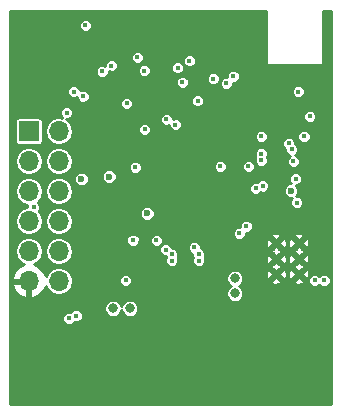
<source format=gbr>
G04 #@! TF.GenerationSoftware,KiCad,Pcbnew,(5.0.1)-3*
G04 #@! TF.CreationDate,2020-01-13T08:35:40-05:00*
G04 #@! TF.ProjectId,SmartWatch,536D61727457617463682E6B69636164,rev?*
G04 #@! TF.SameCoordinates,Original*
G04 #@! TF.FileFunction,Copper,L2,Inr,Plane*
G04 #@! TF.FilePolarity,Positive*
%FSLAX46Y46*%
G04 Gerber Fmt 4.6, Leading zero omitted, Abs format (unit mm)*
G04 Created by KiCad (PCBNEW (5.0.1)-3) date 1/13/2020 8:35:40 AM*
%MOMM*%
%LPD*%
G01*
G04 APERTURE LIST*
G04 #@! TA.AperFunction,ViaPad*
%ADD10R,1.700000X1.700000*%
G04 #@! TD*
G04 #@! TA.AperFunction,ViaPad*
%ADD11O,1.700000X1.700000*%
G04 #@! TD*
G04 #@! TA.AperFunction,ViaPad*
%ADD12C,0.500000*%
G04 #@! TD*
G04 #@! TA.AperFunction,ViaPad*
%ADD13C,0.450000*%
G04 #@! TD*
G04 #@! TA.AperFunction,ViaPad*
%ADD14C,0.600000*%
G04 #@! TD*
G04 #@! TA.AperFunction,ViaPad*
%ADD15C,0.800000*%
G04 #@! TD*
G04 #@! TA.AperFunction,Conductor*
%ADD16C,0.254000*%
G04 #@! TD*
G04 APERTURE END LIST*
D10*
G04 #@! TO.N,Net-(R4-Pad1)*
G04 #@! TO.C,U2*
X154000000Y-67564000D03*
D11*
G04 #@! TO.N,N/C*
X156540000Y-67564000D03*
G04 #@! TO.N,/LCD_CS*
X154000000Y-70104000D03*
G04 #@! TO.N,/TOUCH_CS*
X156540000Y-70104000D03*
G04 #@! TO.N,/LCD_LED*
X154000000Y-72644000D03*
G04 #@! TO.N,/MISO*
X156540000Y-72644000D03*
G04 #@! TO.N,/LCD_RST*
X154000000Y-75184000D03*
G04 #@! TO.N,/LCD_A0*
X156540000Y-75184000D03*
G04 #@! TO.N,/LCD_SCK*
X154000000Y-77724000D03*
G04 #@! TO.N,/MOSI*
X156540000Y-77724000D03*
G04 #@! TO.N,GND*
X154000000Y-80264000D03*
G04 #@! TO.N,+3V3*
X156540000Y-80264000D03*
G04 #@! TD*
D12*
G04 #@! TO.N,GND*
G04 #@! TO.C,U1*
X176850000Y-79659000D03*
X174940000Y-79659000D03*
X176850000Y-78359000D03*
X174940000Y-78359000D03*
X176850000Y-77059000D03*
X174940000Y-77059000D03*
G04 #@! TD*
D13*
G04 #@! TO.N,/ESP32 Pico D4/IO0*
X157400000Y-83400000D03*
X163000000Y-70600000D03*
G04 #@! TO.N,GND*
X172600000Y-69000000D03*
X168900000Y-69900000D03*
X170900000Y-68800000D03*
X170900000Y-67400000D03*
X171000000Y-66000000D03*
X172700000Y-66000000D03*
X169200000Y-66000000D03*
X178800000Y-76400000D03*
X178000000Y-76400000D03*
X179250000Y-58000000D03*
X179250000Y-58750000D03*
X179250000Y-59500000D03*
X179250000Y-60250000D03*
X179250000Y-61000000D03*
X179250000Y-61750000D03*
X178750000Y-62250000D03*
X178000000Y-62250000D03*
X177250000Y-62250000D03*
X176500000Y-62250000D03*
X175750000Y-62250000D03*
X175000000Y-62250000D03*
X174250000Y-62250000D03*
X173750000Y-61750000D03*
X173750000Y-61000000D03*
X173750000Y-60250000D03*
X173750000Y-59750000D03*
X173750000Y-58250000D03*
X173000000Y-58250000D03*
X172250000Y-58250000D03*
X171500000Y-58250000D03*
X170750000Y-58250000D03*
X170000000Y-58250000D03*
X169250000Y-58250000D03*
X168750000Y-58750000D03*
X168750000Y-59500000D03*
X168750000Y-60250000D03*
X168750000Y-61000000D03*
X169250000Y-61750000D03*
X170000000Y-61750000D03*
X170750000Y-61750000D03*
X171500000Y-61750000D03*
X172250000Y-62000000D03*
X172500000Y-62500000D03*
X173750000Y-62500000D03*
X173750000Y-63250000D03*
X172500000Y-63250000D03*
X163576000Y-82296000D03*
X170180000Y-82296000D03*
D14*
X168402000Y-85598000D03*
X169164000Y-85598000D03*
X169926000Y-85598000D03*
X175000000Y-89662000D03*
X176000000Y-89662000D03*
X177000000Y-89662000D03*
D13*
X156400000Y-83200000D03*
X159000000Y-88800000D03*
X161036000Y-59817000D03*
X154559000Y-63268000D03*
X154559000Y-59668000D03*
X154573000Y-88414000D03*
X154573000Y-84814000D03*
X156400000Y-59600000D03*
X158000000Y-59600000D03*
X166600000Y-60800000D03*
X164800000Y-64800000D03*
X178400000Y-64000000D03*
X159600000Y-74800000D03*
X163400000Y-77000000D03*
X167200000Y-74400000D03*
X179100000Y-67900000D03*
X179375000Y-70900000D03*
X179375000Y-72500000D03*
X179400000Y-74100000D03*
G04 #@! TO.N,Z_SIG*
X163765166Y-62434834D03*
X170700000Y-63500000D03*
G04 #@! TO.N,+3V3*
X179000000Y-80200000D03*
X178200000Y-80200000D03*
X158800000Y-58600000D03*
X161000000Y-62000000D03*
X163800000Y-67400000D03*
X167600000Y-61600000D03*
X171300000Y-62900000D03*
X176800000Y-64200000D03*
D14*
X164020500Y-74520500D03*
D13*
X176700000Y-73600000D03*
X176600000Y-71600000D03*
X176400000Y-70100000D03*
X177300000Y-68000000D03*
G04 #@! TO.N,Y_SIG*
X163200000Y-61300000D03*
X167000000Y-63400000D03*
G04 #@! TO.N,/ESP32 Pico D4/ESP32_RX*
X176276000Y-69088000D03*
X172400000Y-75600000D03*
G04 #@! TO.N,/MISO*
X173667002Y-70000000D03*
G04 #@! TO.N,/LCD_RST*
X173667002Y-69449997D03*
G04 #@! TO.N,/ESP32 Pico D4/ESP32_TX*
X176022000Y-68580000D03*
X171800000Y-76200000D03*
G04 #@! TO.N,/LCD_A0*
X154400000Y-74000000D03*
X173667002Y-68000000D03*
G04 #@! TO.N,/LCD_CS*
X157800000Y-64200000D03*
X172600000Y-70525002D03*
G04 #@! TO.N,/LCD_SCK*
X173200000Y-72400000D03*
G04 #@! TO.N,/MOSI*
X173800000Y-72200000D03*
G04 #@! TO.N,/LCD_PEN*
X158600000Y-64600000D03*
X170200000Y-70525002D03*
G04 #@! TO.N,/LCD_LED_CTRL*
X162276998Y-65200000D03*
X165641274Y-66558726D03*
G04 #@! TO.N,/Charge_Enable*
X165600000Y-77600000D03*
X168000000Y-77400000D03*
G04 #@! TO.N,/TOUCH_CS*
X157200000Y-66000000D03*
X166400000Y-67000000D03*
D14*
G04 #@! TO.N,/ESP32 Pico D4/IO32*
X176200000Y-72600000D03*
D13*
X177800000Y-66300000D03*
X168300000Y-65000000D03*
X166600000Y-62200000D03*
G04 #@! TO.N,/ESP32 Pico D4/EN*
X169600000Y-63125000D03*
X160200000Y-62500000D03*
G04 #@! TO.N,/ESP32 Pico D4/RXD*
X166116000Y-78528003D03*
X168402000Y-78528003D03*
G04 #@! TO.N,/ESP32 Pico D4/TXD*
X166116000Y-77978000D03*
X168402000Y-77978000D03*
G04 #@! TO.N,Net-(R12-Pad1)*
X158000000Y-83200000D03*
X162822593Y-76777407D03*
D15*
G04 #@! TO.N,VUSB*
X162560000Y-82550000D03*
X161130000Y-82550000D03*
X162560000Y-82550000D03*
X171450000Y-80010000D03*
X171450000Y-81280000D03*
D14*
G04 #@! TO.N,/ESP32 Pico D4/DTR*
X158450000Y-71600000D03*
X160800000Y-71400000D03*
D13*
G04 #@! TO.N,Net-(C4-Pad1)*
X164800000Y-76800000D03*
X162200000Y-80200000D03*
G04 #@! TD*
D16*
G04 #@! TO.N,GND*
G36*
X174073000Y-61800000D02*
X174082667Y-61848601D01*
X174110197Y-61889803D01*
X174151399Y-61917333D01*
X174200000Y-61927000D01*
X178800000Y-61927000D01*
X178848601Y-61917333D01*
X178889803Y-61889803D01*
X178917333Y-61848601D01*
X178927000Y-61800000D01*
X178927000Y-57377000D01*
X179623000Y-57377000D01*
X179623001Y-90623000D01*
X152377000Y-90623000D01*
X152377000Y-83290200D01*
X156848000Y-83290200D01*
X156848000Y-83509800D01*
X156932037Y-83712683D01*
X157087317Y-83867963D01*
X157290200Y-83952000D01*
X157509800Y-83952000D01*
X157712683Y-83867963D01*
X157846675Y-83733971D01*
X157890200Y-83752000D01*
X158109800Y-83752000D01*
X158312683Y-83667963D01*
X158467963Y-83512683D01*
X158552000Y-83309800D01*
X158552000Y-83090200D01*
X158467963Y-82887317D01*
X158312683Y-82732037D01*
X158109800Y-82648000D01*
X157890200Y-82648000D01*
X157687317Y-82732037D01*
X157553325Y-82866029D01*
X157509800Y-82848000D01*
X157290200Y-82848000D01*
X157087317Y-82932037D01*
X156932037Y-83087317D01*
X156848000Y-83290200D01*
X152377000Y-83290200D01*
X152377000Y-82405391D01*
X160403000Y-82405391D01*
X160403000Y-82694609D01*
X160513679Y-82961813D01*
X160718187Y-83166321D01*
X160985391Y-83277000D01*
X161274609Y-83277000D01*
X161541813Y-83166321D01*
X161746321Y-82961813D01*
X161845000Y-82723580D01*
X161943679Y-82961813D01*
X162148187Y-83166321D01*
X162415391Y-83277000D01*
X162704609Y-83277000D01*
X162971813Y-83166321D01*
X163176321Y-82961813D01*
X163287000Y-82694609D01*
X163287000Y-82405391D01*
X163176321Y-82138187D01*
X162971813Y-81933679D01*
X162704609Y-81823000D01*
X162415391Y-81823000D01*
X162148187Y-81933679D01*
X161943679Y-82138187D01*
X161845000Y-82376420D01*
X161746321Y-82138187D01*
X161541813Y-81933679D01*
X161274609Y-81823000D01*
X160985391Y-81823000D01*
X160718187Y-81933679D01*
X160513679Y-82138187D01*
X160403000Y-82405391D01*
X152377000Y-82405391D01*
X152377000Y-80620890D01*
X152558524Y-80620890D01*
X152728355Y-81030924D01*
X153118642Y-81459183D01*
X153643108Y-81705486D01*
X153873000Y-81584819D01*
X153873000Y-80391000D01*
X152679845Y-80391000D01*
X152558524Y-80620890D01*
X152377000Y-80620890D01*
X152377000Y-79907110D01*
X152558524Y-79907110D01*
X152679845Y-80137000D01*
X153873000Y-80137000D01*
X153873000Y-80117000D01*
X154127000Y-80117000D01*
X154127000Y-80137000D01*
X154147000Y-80137000D01*
X154147000Y-80391000D01*
X154127000Y-80391000D01*
X154127000Y-81584819D01*
X154356892Y-81705486D01*
X154881358Y-81459183D01*
X155271645Y-81030924D01*
X155420842Y-80670709D01*
X155431291Y-80723242D01*
X155691431Y-81112569D01*
X156080758Y-81372709D01*
X156424080Y-81441000D01*
X156655920Y-81441000D01*
X156999242Y-81372709D01*
X157388569Y-81112569D01*
X157648709Y-80723242D01*
X157740058Y-80264000D01*
X157705487Y-80090200D01*
X161648000Y-80090200D01*
X161648000Y-80309800D01*
X161732037Y-80512683D01*
X161887317Y-80667963D01*
X162090200Y-80752000D01*
X162309800Y-80752000D01*
X162512683Y-80667963D01*
X162667963Y-80512683D01*
X162752000Y-80309800D01*
X162752000Y-80090200D01*
X162667963Y-79887317D01*
X162646037Y-79865391D01*
X170723000Y-79865391D01*
X170723000Y-80154609D01*
X170833679Y-80421813D01*
X171038187Y-80626321D01*
X171083282Y-80645000D01*
X171038187Y-80663679D01*
X170833679Y-80868187D01*
X170723000Y-81135391D01*
X170723000Y-81424609D01*
X170833679Y-81691813D01*
X171038187Y-81896321D01*
X171305391Y-82007000D01*
X171594609Y-82007000D01*
X171861813Y-81896321D01*
X172066321Y-81691813D01*
X172177000Y-81424609D01*
X172177000Y-81135391D01*
X172066321Y-80868187D01*
X171861813Y-80663679D01*
X171816718Y-80645000D01*
X171861813Y-80626321D01*
X172066321Y-80421813D01*
X172130983Y-80265702D01*
X174510075Y-80265702D01*
X174515860Y-80455442D01*
X174852930Y-80557128D01*
X175203257Y-80522083D01*
X175364140Y-80455442D01*
X175369925Y-80265702D01*
X176420075Y-80265702D01*
X176425860Y-80455442D01*
X176762930Y-80557128D01*
X177113257Y-80522083D01*
X177274140Y-80455442D01*
X177279925Y-80265702D01*
X177104423Y-80090200D01*
X177648000Y-80090200D01*
X177648000Y-80309800D01*
X177732037Y-80512683D01*
X177887317Y-80667963D01*
X178090200Y-80752000D01*
X178309800Y-80752000D01*
X178512683Y-80667963D01*
X178600000Y-80580646D01*
X178687317Y-80667963D01*
X178890200Y-80752000D01*
X179109800Y-80752000D01*
X179312683Y-80667963D01*
X179467963Y-80512683D01*
X179552000Y-80309800D01*
X179552000Y-80090200D01*
X179467963Y-79887317D01*
X179312683Y-79732037D01*
X179109800Y-79648000D01*
X178890200Y-79648000D01*
X178687317Y-79732037D01*
X178600000Y-79819354D01*
X178512683Y-79732037D01*
X178309800Y-79648000D01*
X178090200Y-79648000D01*
X177887317Y-79732037D01*
X177732037Y-79887317D01*
X177648000Y-80090200D01*
X177104423Y-80090200D01*
X176850000Y-79835777D01*
X176420075Y-80265702D01*
X175369925Y-80265702D01*
X174940000Y-79835777D01*
X174510075Y-80265702D01*
X172130983Y-80265702D01*
X172177000Y-80154609D01*
X172177000Y-79865391D01*
X172066321Y-79598187D01*
X172040064Y-79571930D01*
X174041872Y-79571930D01*
X174076917Y-79922257D01*
X174143558Y-80083140D01*
X174333298Y-80088925D01*
X174763223Y-79659000D01*
X175116777Y-79659000D01*
X175546702Y-80088925D01*
X175736442Y-80083140D01*
X175838128Y-79746070D01*
X175820708Y-79571930D01*
X175951872Y-79571930D01*
X175986917Y-79922257D01*
X176053558Y-80083140D01*
X176243298Y-80088925D01*
X176673223Y-79659000D01*
X177026777Y-79659000D01*
X177456702Y-80088925D01*
X177646442Y-80083140D01*
X177748128Y-79746070D01*
X177713083Y-79395743D01*
X177646442Y-79234860D01*
X177456702Y-79229075D01*
X177026777Y-79659000D01*
X176673223Y-79659000D01*
X176243298Y-79229075D01*
X176053558Y-79234860D01*
X175951872Y-79571930D01*
X175820708Y-79571930D01*
X175803083Y-79395743D01*
X175736442Y-79234860D01*
X175546702Y-79229075D01*
X175116777Y-79659000D01*
X174763223Y-79659000D01*
X174333298Y-79229075D01*
X174143558Y-79234860D01*
X174041872Y-79571930D01*
X172040064Y-79571930D01*
X171861813Y-79393679D01*
X171594609Y-79283000D01*
X171305391Y-79283000D01*
X171038187Y-79393679D01*
X170833679Y-79598187D01*
X170723000Y-79865391D01*
X162646037Y-79865391D01*
X162512683Y-79732037D01*
X162309800Y-79648000D01*
X162090200Y-79648000D01*
X161887317Y-79732037D01*
X161732037Y-79887317D01*
X161648000Y-80090200D01*
X157705487Y-80090200D01*
X157648709Y-79804758D01*
X157388569Y-79415431D01*
X156999242Y-79155291D01*
X156655920Y-79087000D01*
X156424080Y-79087000D01*
X156080758Y-79155291D01*
X155691431Y-79415431D01*
X155431291Y-79804758D01*
X155420842Y-79857291D01*
X155271645Y-79497076D01*
X154881358Y-79068817D01*
X154402594Y-78843977D01*
X154459242Y-78832709D01*
X154848569Y-78572569D01*
X155108709Y-78183242D01*
X155200058Y-77724000D01*
X155339942Y-77724000D01*
X155431291Y-78183242D01*
X155691431Y-78572569D01*
X156080758Y-78832709D01*
X156424080Y-78901000D01*
X156655920Y-78901000D01*
X156999242Y-78832709D01*
X157388569Y-78572569D01*
X157648709Y-78183242D01*
X157740058Y-77724000D01*
X157693553Y-77490200D01*
X165048000Y-77490200D01*
X165048000Y-77709800D01*
X165132037Y-77912683D01*
X165287317Y-78067963D01*
X165490200Y-78152000D01*
X165590593Y-78152000D01*
X165632429Y-78253002D01*
X165564000Y-78418203D01*
X165564000Y-78637803D01*
X165648037Y-78840686D01*
X165803317Y-78995966D01*
X166006200Y-79080003D01*
X166225800Y-79080003D01*
X166428683Y-78995966D01*
X166583963Y-78840686D01*
X166668000Y-78637803D01*
X166668000Y-78418203D01*
X166599571Y-78253002D01*
X166668000Y-78087800D01*
X166668000Y-77868200D01*
X166583963Y-77665317D01*
X166428683Y-77510037D01*
X166225800Y-77426000D01*
X166125407Y-77426000D01*
X166069158Y-77290200D01*
X167448000Y-77290200D01*
X167448000Y-77509800D01*
X167532037Y-77712683D01*
X167687317Y-77867963D01*
X167850000Y-77935349D01*
X167850000Y-78087800D01*
X167918429Y-78253002D01*
X167850000Y-78418203D01*
X167850000Y-78637803D01*
X167934037Y-78840686D01*
X168089317Y-78995966D01*
X168292200Y-79080003D01*
X168511800Y-79080003D01*
X168714683Y-78995966D01*
X168744947Y-78965702D01*
X174510075Y-78965702D01*
X174511395Y-79009000D01*
X174510075Y-79052298D01*
X174512798Y-79055021D01*
X174515860Y-79155442D01*
X174655278Y-79197501D01*
X174940000Y-79482223D01*
X175199794Y-79222429D01*
X175203257Y-79222083D01*
X175364140Y-79155442D01*
X175367202Y-79055021D01*
X175369925Y-79052298D01*
X175368605Y-79009000D01*
X175369925Y-78965702D01*
X176420075Y-78965702D01*
X176421395Y-79009000D01*
X176420075Y-79052298D01*
X176422798Y-79055021D01*
X176425860Y-79155442D01*
X176565278Y-79197501D01*
X176850000Y-79482223D01*
X177109794Y-79222429D01*
X177113257Y-79222083D01*
X177274140Y-79155442D01*
X177277202Y-79055021D01*
X177279925Y-79052298D01*
X177278605Y-79009000D01*
X177279925Y-78965702D01*
X177277202Y-78962979D01*
X177274140Y-78862558D01*
X177134722Y-78820499D01*
X176850000Y-78535777D01*
X176590206Y-78795571D01*
X176586743Y-78795917D01*
X176425860Y-78862558D01*
X176422798Y-78962979D01*
X176420075Y-78965702D01*
X175369925Y-78965702D01*
X175367202Y-78962979D01*
X175364140Y-78862558D01*
X175224722Y-78820499D01*
X174940000Y-78535777D01*
X174680206Y-78795571D01*
X174676743Y-78795917D01*
X174515860Y-78862558D01*
X174512798Y-78962979D01*
X174510075Y-78965702D01*
X168744947Y-78965702D01*
X168869963Y-78840686D01*
X168954000Y-78637803D01*
X168954000Y-78418203D01*
X168893412Y-78271930D01*
X174041872Y-78271930D01*
X174076917Y-78622257D01*
X174143558Y-78783140D01*
X174333298Y-78788925D01*
X174763223Y-78359000D01*
X175116777Y-78359000D01*
X175546702Y-78788925D01*
X175736442Y-78783140D01*
X175838128Y-78446070D01*
X175820708Y-78271930D01*
X175951872Y-78271930D01*
X175986917Y-78622257D01*
X176053558Y-78783140D01*
X176243298Y-78788925D01*
X176673223Y-78359000D01*
X177026777Y-78359000D01*
X177456702Y-78788925D01*
X177646442Y-78783140D01*
X177748128Y-78446070D01*
X177713083Y-78095743D01*
X177646442Y-77934860D01*
X177456702Y-77929075D01*
X177026777Y-78359000D01*
X176673223Y-78359000D01*
X176243298Y-77929075D01*
X176053558Y-77934860D01*
X175951872Y-78271930D01*
X175820708Y-78271930D01*
X175803083Y-78095743D01*
X175736442Y-77934860D01*
X175546702Y-77929075D01*
X175116777Y-78359000D01*
X174763223Y-78359000D01*
X174333298Y-77929075D01*
X174143558Y-77934860D01*
X174041872Y-78271930D01*
X168893412Y-78271930D01*
X168885571Y-78253002D01*
X168954000Y-78087800D01*
X168954000Y-77868200D01*
X168870123Y-77665702D01*
X174510075Y-77665702D01*
X174511395Y-77709000D01*
X174510075Y-77752298D01*
X174512798Y-77755021D01*
X174515860Y-77855442D01*
X174655278Y-77897501D01*
X174940000Y-78182223D01*
X175199794Y-77922429D01*
X175203257Y-77922083D01*
X175364140Y-77855442D01*
X175367202Y-77755021D01*
X175369925Y-77752298D01*
X175368605Y-77709000D01*
X175369925Y-77665702D01*
X176420075Y-77665702D01*
X176421395Y-77709000D01*
X176420075Y-77752298D01*
X176422798Y-77755021D01*
X176425860Y-77855442D01*
X176565278Y-77897501D01*
X176850000Y-78182223D01*
X177109794Y-77922429D01*
X177113257Y-77922083D01*
X177274140Y-77855442D01*
X177277202Y-77755021D01*
X177279925Y-77752298D01*
X177278605Y-77709000D01*
X177279925Y-77665702D01*
X177277202Y-77662979D01*
X177274140Y-77562558D01*
X177134722Y-77520499D01*
X176850000Y-77235777D01*
X176590206Y-77495571D01*
X176586743Y-77495917D01*
X176425860Y-77562558D01*
X176422798Y-77662979D01*
X176420075Y-77665702D01*
X175369925Y-77665702D01*
X175367202Y-77662979D01*
X175364140Y-77562558D01*
X175224722Y-77520499D01*
X174940000Y-77235777D01*
X174680206Y-77495571D01*
X174676743Y-77495917D01*
X174515860Y-77562558D01*
X174512798Y-77662979D01*
X174510075Y-77665702D01*
X168870123Y-77665702D01*
X168869963Y-77665317D01*
X168714683Y-77510037D01*
X168552000Y-77442651D01*
X168552000Y-77290200D01*
X168467963Y-77087317D01*
X168352576Y-76971930D01*
X174041872Y-76971930D01*
X174076917Y-77322257D01*
X174143558Y-77483140D01*
X174333298Y-77488925D01*
X174763223Y-77059000D01*
X175116777Y-77059000D01*
X175546702Y-77488925D01*
X175736442Y-77483140D01*
X175838128Y-77146070D01*
X175820708Y-76971930D01*
X175951872Y-76971930D01*
X175986917Y-77322257D01*
X176053558Y-77483140D01*
X176243298Y-77488925D01*
X176673223Y-77059000D01*
X177026777Y-77059000D01*
X177456702Y-77488925D01*
X177646442Y-77483140D01*
X177748128Y-77146070D01*
X177713083Y-76795743D01*
X177646442Y-76634860D01*
X177456702Y-76629075D01*
X177026777Y-77059000D01*
X176673223Y-77059000D01*
X176243298Y-76629075D01*
X176053558Y-76634860D01*
X175951872Y-76971930D01*
X175820708Y-76971930D01*
X175803083Y-76795743D01*
X175736442Y-76634860D01*
X175546702Y-76629075D01*
X175116777Y-77059000D01*
X174763223Y-77059000D01*
X174333298Y-76629075D01*
X174143558Y-76634860D01*
X174041872Y-76971930D01*
X168352576Y-76971930D01*
X168312683Y-76932037D01*
X168109800Y-76848000D01*
X167890200Y-76848000D01*
X167687317Y-76932037D01*
X167532037Y-77087317D01*
X167448000Y-77290200D01*
X166069158Y-77290200D01*
X166067963Y-77287317D01*
X165912683Y-77132037D01*
X165709800Y-77048000D01*
X165490200Y-77048000D01*
X165287317Y-77132037D01*
X165132037Y-77287317D01*
X165048000Y-77490200D01*
X157693553Y-77490200D01*
X157648709Y-77264758D01*
X157388569Y-76875431D01*
X157077539Y-76667607D01*
X162270593Y-76667607D01*
X162270593Y-76887207D01*
X162354630Y-77090090D01*
X162509910Y-77245370D01*
X162712793Y-77329407D01*
X162932393Y-77329407D01*
X163135276Y-77245370D01*
X163290556Y-77090090D01*
X163374593Y-76887207D01*
X163374593Y-76690200D01*
X164248000Y-76690200D01*
X164248000Y-76909800D01*
X164332037Y-77112683D01*
X164487317Y-77267963D01*
X164690200Y-77352000D01*
X164909800Y-77352000D01*
X165112683Y-77267963D01*
X165267963Y-77112683D01*
X165352000Y-76909800D01*
X165352000Y-76690200D01*
X165267963Y-76487317D01*
X165112683Y-76332037D01*
X164909800Y-76248000D01*
X164690200Y-76248000D01*
X164487317Y-76332037D01*
X164332037Y-76487317D01*
X164248000Y-76690200D01*
X163374593Y-76690200D01*
X163374593Y-76667607D01*
X163290556Y-76464724D01*
X163135276Y-76309444D01*
X162932393Y-76225407D01*
X162712793Y-76225407D01*
X162509910Y-76309444D01*
X162354630Y-76464724D01*
X162270593Y-76667607D01*
X157077539Y-76667607D01*
X156999242Y-76615291D01*
X156655920Y-76547000D01*
X156424080Y-76547000D01*
X156080758Y-76615291D01*
X155691431Y-76875431D01*
X155431291Y-77264758D01*
X155339942Y-77724000D01*
X155200058Y-77724000D01*
X155108709Y-77264758D01*
X154848569Y-76875431D01*
X154459242Y-76615291D01*
X154115920Y-76547000D01*
X153884080Y-76547000D01*
X153540758Y-76615291D01*
X153151431Y-76875431D01*
X152891291Y-77264758D01*
X152799942Y-77724000D01*
X152891291Y-78183242D01*
X153151431Y-78572569D01*
X153540758Y-78832709D01*
X153597406Y-78843977D01*
X153118642Y-79068817D01*
X152728355Y-79497076D01*
X152558524Y-79907110D01*
X152377000Y-79907110D01*
X152377000Y-72644000D01*
X152799942Y-72644000D01*
X152891291Y-73103242D01*
X153151431Y-73492569D01*
X153540758Y-73752709D01*
X153877228Y-73819637D01*
X153848000Y-73890200D01*
X153848000Y-74014177D01*
X153540758Y-74075291D01*
X153151431Y-74335431D01*
X152891291Y-74724758D01*
X152799942Y-75184000D01*
X152891291Y-75643242D01*
X153151431Y-76032569D01*
X153540758Y-76292709D01*
X153884080Y-76361000D01*
X154115920Y-76361000D01*
X154459242Y-76292709D01*
X154848569Y-76032569D01*
X155108709Y-75643242D01*
X155200058Y-75184000D01*
X155339942Y-75184000D01*
X155431291Y-75643242D01*
X155691431Y-76032569D01*
X156080758Y-76292709D01*
X156424080Y-76361000D01*
X156655920Y-76361000D01*
X156999242Y-76292709D01*
X157302318Y-76090200D01*
X171248000Y-76090200D01*
X171248000Y-76309800D01*
X171332037Y-76512683D01*
X171487317Y-76667963D01*
X171690200Y-76752000D01*
X171909800Y-76752000D01*
X172112683Y-76667963D01*
X172267963Y-76512683D01*
X172292975Y-76452298D01*
X174510075Y-76452298D01*
X174940000Y-76882223D01*
X175369925Y-76452298D01*
X176420075Y-76452298D01*
X176850000Y-76882223D01*
X177279925Y-76452298D01*
X177274140Y-76262558D01*
X176937070Y-76160872D01*
X176586743Y-76195917D01*
X176425860Y-76262558D01*
X176420075Y-76452298D01*
X175369925Y-76452298D01*
X175364140Y-76262558D01*
X175027070Y-76160872D01*
X174676743Y-76195917D01*
X174515860Y-76262558D01*
X174510075Y-76452298D01*
X172292975Y-76452298D01*
X172352000Y-76309800D01*
X172352000Y-76152000D01*
X172509800Y-76152000D01*
X172712683Y-76067963D01*
X172867963Y-75912683D01*
X172952000Y-75709800D01*
X172952000Y-75490200D01*
X172867963Y-75287317D01*
X172712683Y-75132037D01*
X172509800Y-75048000D01*
X172290200Y-75048000D01*
X172087317Y-75132037D01*
X171932037Y-75287317D01*
X171848000Y-75490200D01*
X171848000Y-75648000D01*
X171690200Y-75648000D01*
X171487317Y-75732037D01*
X171332037Y-75887317D01*
X171248000Y-76090200D01*
X157302318Y-76090200D01*
X157388569Y-76032569D01*
X157648709Y-75643242D01*
X157740058Y-75184000D01*
X157648709Y-74724758D01*
X157428895Y-74395782D01*
X163393500Y-74395782D01*
X163393500Y-74645218D01*
X163488955Y-74875667D01*
X163665333Y-75052045D01*
X163895782Y-75147500D01*
X164145218Y-75147500D01*
X164375667Y-75052045D01*
X164552045Y-74875667D01*
X164647500Y-74645218D01*
X164647500Y-74395782D01*
X164552045Y-74165333D01*
X164375667Y-73988955D01*
X164145218Y-73893500D01*
X163895782Y-73893500D01*
X163665333Y-73988955D01*
X163488955Y-74165333D01*
X163393500Y-74395782D01*
X157428895Y-74395782D01*
X157388569Y-74335431D01*
X156999242Y-74075291D01*
X156655920Y-74007000D01*
X156424080Y-74007000D01*
X156080758Y-74075291D01*
X155691431Y-74335431D01*
X155431291Y-74724758D01*
X155339942Y-75184000D01*
X155200058Y-75184000D01*
X155108709Y-74724758D01*
X154848569Y-74335431D01*
X154846558Y-74334088D01*
X154867963Y-74312683D01*
X154952000Y-74109800D01*
X154952000Y-73890200D01*
X154867963Y-73687317D01*
X154743452Y-73562806D01*
X154848569Y-73492569D01*
X155108709Y-73103242D01*
X155200058Y-72644000D01*
X155339942Y-72644000D01*
X155431291Y-73103242D01*
X155691431Y-73492569D01*
X156080758Y-73752709D01*
X156424080Y-73821000D01*
X156655920Y-73821000D01*
X156999242Y-73752709D01*
X157388569Y-73492569D01*
X157648709Y-73103242D01*
X157740058Y-72644000D01*
X157669683Y-72290200D01*
X172648000Y-72290200D01*
X172648000Y-72509800D01*
X172732037Y-72712683D01*
X172887317Y-72867963D01*
X173090200Y-72952000D01*
X173309800Y-72952000D01*
X173512683Y-72867963D01*
X173646675Y-72733971D01*
X173690200Y-72752000D01*
X173909800Y-72752000D01*
X174112683Y-72667963D01*
X174267963Y-72512683D01*
X174283455Y-72475282D01*
X175573000Y-72475282D01*
X175573000Y-72724718D01*
X175668455Y-72955167D01*
X175844833Y-73131545D01*
X176075282Y-73227000D01*
X176292354Y-73227000D01*
X176232037Y-73287317D01*
X176148000Y-73490200D01*
X176148000Y-73709800D01*
X176232037Y-73912683D01*
X176387317Y-74067963D01*
X176590200Y-74152000D01*
X176809800Y-74152000D01*
X177012683Y-74067963D01*
X177167963Y-73912683D01*
X177252000Y-73709800D01*
X177252000Y-73490200D01*
X177167963Y-73287317D01*
X177012683Y-73132037D01*
X176809800Y-73048000D01*
X176638712Y-73048000D01*
X176731545Y-72955167D01*
X176827000Y-72724718D01*
X176827000Y-72475282D01*
X176731545Y-72244833D01*
X176638712Y-72152000D01*
X176709800Y-72152000D01*
X176912683Y-72067963D01*
X177067963Y-71912683D01*
X177152000Y-71709800D01*
X177152000Y-71490200D01*
X177067963Y-71287317D01*
X176912683Y-71132037D01*
X176709800Y-71048000D01*
X176490200Y-71048000D01*
X176287317Y-71132037D01*
X176132037Y-71287317D01*
X176048000Y-71490200D01*
X176048000Y-71709800D01*
X176132037Y-71912683D01*
X176192354Y-71973000D01*
X176075282Y-71973000D01*
X175844833Y-72068455D01*
X175668455Y-72244833D01*
X175573000Y-72475282D01*
X174283455Y-72475282D01*
X174352000Y-72309800D01*
X174352000Y-72090200D01*
X174267963Y-71887317D01*
X174112683Y-71732037D01*
X173909800Y-71648000D01*
X173690200Y-71648000D01*
X173487317Y-71732037D01*
X173353325Y-71866029D01*
X173309800Y-71848000D01*
X173090200Y-71848000D01*
X172887317Y-71932037D01*
X172732037Y-72087317D01*
X172648000Y-72290200D01*
X157669683Y-72290200D01*
X157648709Y-72184758D01*
X157388569Y-71795431D01*
X156999242Y-71535291D01*
X156697557Y-71475282D01*
X157823000Y-71475282D01*
X157823000Y-71724718D01*
X157918455Y-71955167D01*
X158094833Y-72131545D01*
X158325282Y-72227000D01*
X158574718Y-72227000D01*
X158805167Y-72131545D01*
X158981545Y-71955167D01*
X159077000Y-71724718D01*
X159077000Y-71475282D01*
X158994158Y-71275282D01*
X160173000Y-71275282D01*
X160173000Y-71524718D01*
X160268455Y-71755167D01*
X160444833Y-71931545D01*
X160675282Y-72027000D01*
X160924718Y-72027000D01*
X161155167Y-71931545D01*
X161331545Y-71755167D01*
X161427000Y-71524718D01*
X161427000Y-71275282D01*
X161331545Y-71044833D01*
X161155167Y-70868455D01*
X160924718Y-70773000D01*
X160675282Y-70773000D01*
X160444833Y-70868455D01*
X160268455Y-71044833D01*
X160173000Y-71275282D01*
X158994158Y-71275282D01*
X158981545Y-71244833D01*
X158805167Y-71068455D01*
X158574718Y-70973000D01*
X158325282Y-70973000D01*
X158094833Y-71068455D01*
X157918455Y-71244833D01*
X157823000Y-71475282D01*
X156697557Y-71475282D01*
X156655920Y-71467000D01*
X156424080Y-71467000D01*
X156080758Y-71535291D01*
X155691431Y-71795431D01*
X155431291Y-72184758D01*
X155339942Y-72644000D01*
X155200058Y-72644000D01*
X155108709Y-72184758D01*
X154848569Y-71795431D01*
X154459242Y-71535291D01*
X154115920Y-71467000D01*
X153884080Y-71467000D01*
X153540758Y-71535291D01*
X153151431Y-71795431D01*
X152891291Y-72184758D01*
X152799942Y-72644000D01*
X152377000Y-72644000D01*
X152377000Y-70104000D01*
X152799942Y-70104000D01*
X152891291Y-70563242D01*
X153151431Y-70952569D01*
X153540758Y-71212709D01*
X153884080Y-71281000D01*
X154115920Y-71281000D01*
X154459242Y-71212709D01*
X154848569Y-70952569D01*
X155108709Y-70563242D01*
X155200058Y-70104000D01*
X155339942Y-70104000D01*
X155431291Y-70563242D01*
X155691431Y-70952569D01*
X156080758Y-71212709D01*
X156424080Y-71281000D01*
X156655920Y-71281000D01*
X156999242Y-71212709D01*
X157388569Y-70952569D01*
X157648709Y-70563242D01*
X157663237Y-70490200D01*
X162448000Y-70490200D01*
X162448000Y-70709800D01*
X162532037Y-70912683D01*
X162687317Y-71067963D01*
X162890200Y-71152000D01*
X163109800Y-71152000D01*
X163312683Y-71067963D01*
X163467963Y-70912683D01*
X163552000Y-70709800D01*
X163552000Y-70490200D01*
X163520935Y-70415202D01*
X169648000Y-70415202D01*
X169648000Y-70634802D01*
X169732037Y-70837685D01*
X169887317Y-70992965D01*
X170090200Y-71077002D01*
X170309800Y-71077002D01*
X170512683Y-70992965D01*
X170667963Y-70837685D01*
X170752000Y-70634802D01*
X170752000Y-70415202D01*
X172048000Y-70415202D01*
X172048000Y-70634802D01*
X172132037Y-70837685D01*
X172287317Y-70992965D01*
X172490200Y-71077002D01*
X172709800Y-71077002D01*
X172912683Y-70992965D01*
X173067963Y-70837685D01*
X173152000Y-70634802D01*
X173152000Y-70415202D01*
X173067963Y-70212319D01*
X172912683Y-70057039D01*
X172709800Y-69973002D01*
X172490200Y-69973002D01*
X172287317Y-70057039D01*
X172132037Y-70212319D01*
X172048000Y-70415202D01*
X170752000Y-70415202D01*
X170667963Y-70212319D01*
X170512683Y-70057039D01*
X170309800Y-69973002D01*
X170090200Y-69973002D01*
X169887317Y-70057039D01*
X169732037Y-70212319D01*
X169648000Y-70415202D01*
X163520935Y-70415202D01*
X163467963Y-70287317D01*
X163312683Y-70132037D01*
X163109800Y-70048000D01*
X162890200Y-70048000D01*
X162687317Y-70132037D01*
X162532037Y-70287317D01*
X162448000Y-70490200D01*
X157663237Y-70490200D01*
X157740058Y-70104000D01*
X157648709Y-69644758D01*
X157445208Y-69340197D01*
X173115002Y-69340197D01*
X173115002Y-69559797D01*
X173183431Y-69724999D01*
X173115002Y-69890200D01*
X173115002Y-70109800D01*
X173199039Y-70312683D01*
X173354319Y-70467963D01*
X173557202Y-70552000D01*
X173776802Y-70552000D01*
X173979685Y-70467963D01*
X174134965Y-70312683D01*
X174219002Y-70109800D01*
X174219002Y-69890200D01*
X174150573Y-69724999D01*
X174219002Y-69559797D01*
X174219002Y-69340197D01*
X174134965Y-69137314D01*
X173979685Y-68982034D01*
X173776802Y-68897997D01*
X173557202Y-68897997D01*
X173354319Y-68982034D01*
X173199039Y-69137314D01*
X173115002Y-69340197D01*
X157445208Y-69340197D01*
X157388569Y-69255431D01*
X156999242Y-68995291D01*
X156655920Y-68927000D01*
X156424080Y-68927000D01*
X156080758Y-68995291D01*
X155691431Y-69255431D01*
X155431291Y-69644758D01*
X155339942Y-70104000D01*
X155200058Y-70104000D01*
X155108709Y-69644758D01*
X154848569Y-69255431D01*
X154459242Y-68995291D01*
X154115920Y-68927000D01*
X153884080Y-68927000D01*
X153540758Y-68995291D01*
X153151431Y-69255431D01*
X152891291Y-69644758D01*
X152799942Y-70104000D01*
X152377000Y-70104000D01*
X152377000Y-66714000D01*
X152816594Y-66714000D01*
X152816594Y-68414000D01*
X152841973Y-68541589D01*
X152914246Y-68649754D01*
X153022411Y-68722027D01*
X153150000Y-68747406D01*
X154850000Y-68747406D01*
X154977589Y-68722027D01*
X155085754Y-68649754D01*
X155158027Y-68541589D01*
X155183406Y-68414000D01*
X155183406Y-67564000D01*
X155339942Y-67564000D01*
X155431291Y-68023242D01*
X155691431Y-68412569D01*
X156080758Y-68672709D01*
X156424080Y-68741000D01*
X156655920Y-68741000D01*
X156999242Y-68672709D01*
X157388569Y-68412569D01*
X157648709Y-68023242D01*
X157740058Y-67564000D01*
X157685596Y-67290200D01*
X163248000Y-67290200D01*
X163248000Y-67509800D01*
X163332037Y-67712683D01*
X163487317Y-67867963D01*
X163690200Y-67952000D01*
X163909800Y-67952000D01*
X164058998Y-67890200D01*
X173115002Y-67890200D01*
X173115002Y-68109800D01*
X173199039Y-68312683D01*
X173354319Y-68467963D01*
X173557202Y-68552000D01*
X173776802Y-68552000D01*
X173974284Y-68470200D01*
X175470000Y-68470200D01*
X175470000Y-68689800D01*
X175554037Y-68892683D01*
X175709317Y-69047963D01*
X175724000Y-69054045D01*
X175724000Y-69197800D01*
X175808037Y-69400683D01*
X175963317Y-69555963D01*
X176117146Y-69619681D01*
X176087317Y-69632037D01*
X175932037Y-69787317D01*
X175848000Y-69990200D01*
X175848000Y-70209800D01*
X175932037Y-70412683D01*
X176087317Y-70567963D01*
X176290200Y-70652000D01*
X176509800Y-70652000D01*
X176712683Y-70567963D01*
X176867963Y-70412683D01*
X176952000Y-70209800D01*
X176952000Y-69990200D01*
X176867963Y-69787317D01*
X176712683Y-69632037D01*
X176558854Y-69568319D01*
X176588683Y-69555963D01*
X176743963Y-69400683D01*
X176828000Y-69197800D01*
X176828000Y-68978200D01*
X176743963Y-68775317D01*
X176588683Y-68620037D01*
X176574000Y-68613955D01*
X176574000Y-68470200D01*
X176489963Y-68267317D01*
X176334683Y-68112037D01*
X176131800Y-68028000D01*
X175912200Y-68028000D01*
X175709317Y-68112037D01*
X175554037Y-68267317D01*
X175470000Y-68470200D01*
X173974284Y-68470200D01*
X173979685Y-68467963D01*
X174134965Y-68312683D01*
X174219002Y-68109800D01*
X174219002Y-67890200D01*
X176748000Y-67890200D01*
X176748000Y-68109800D01*
X176832037Y-68312683D01*
X176987317Y-68467963D01*
X177190200Y-68552000D01*
X177409800Y-68552000D01*
X177612683Y-68467963D01*
X177767963Y-68312683D01*
X177852000Y-68109800D01*
X177852000Y-67890200D01*
X177767963Y-67687317D01*
X177612683Y-67532037D01*
X177409800Y-67448000D01*
X177190200Y-67448000D01*
X176987317Y-67532037D01*
X176832037Y-67687317D01*
X176748000Y-67890200D01*
X174219002Y-67890200D01*
X174134965Y-67687317D01*
X173979685Y-67532037D01*
X173776802Y-67448000D01*
X173557202Y-67448000D01*
X173354319Y-67532037D01*
X173199039Y-67687317D01*
X173115002Y-67890200D01*
X164058998Y-67890200D01*
X164112683Y-67867963D01*
X164267963Y-67712683D01*
X164352000Y-67509800D01*
X164352000Y-67290200D01*
X164267963Y-67087317D01*
X164112683Y-66932037D01*
X163909800Y-66848000D01*
X163690200Y-66848000D01*
X163487317Y-66932037D01*
X163332037Y-67087317D01*
X163248000Y-67290200D01*
X157685596Y-67290200D01*
X157648709Y-67104758D01*
X157388569Y-66715431D01*
X157143977Y-66552000D01*
X157309800Y-66552000D01*
X157512683Y-66467963D01*
X157531720Y-66448926D01*
X165089274Y-66448926D01*
X165089274Y-66668526D01*
X165173311Y-66871409D01*
X165328591Y-67026689D01*
X165531474Y-67110726D01*
X165751074Y-67110726D01*
X165848000Y-67070578D01*
X165848000Y-67109800D01*
X165932037Y-67312683D01*
X166087317Y-67467963D01*
X166290200Y-67552000D01*
X166509800Y-67552000D01*
X166712683Y-67467963D01*
X166867963Y-67312683D01*
X166952000Y-67109800D01*
X166952000Y-66890200D01*
X166867963Y-66687317D01*
X166712683Y-66532037D01*
X166509800Y-66448000D01*
X166290200Y-66448000D01*
X166193274Y-66488148D01*
X166193274Y-66448926D01*
X166109237Y-66246043D01*
X166053394Y-66190200D01*
X177248000Y-66190200D01*
X177248000Y-66409800D01*
X177332037Y-66612683D01*
X177487317Y-66767963D01*
X177690200Y-66852000D01*
X177909800Y-66852000D01*
X178112683Y-66767963D01*
X178267963Y-66612683D01*
X178352000Y-66409800D01*
X178352000Y-66190200D01*
X178267963Y-65987317D01*
X178112683Y-65832037D01*
X177909800Y-65748000D01*
X177690200Y-65748000D01*
X177487317Y-65832037D01*
X177332037Y-65987317D01*
X177248000Y-66190200D01*
X166053394Y-66190200D01*
X165953957Y-66090763D01*
X165751074Y-66006726D01*
X165531474Y-66006726D01*
X165328591Y-66090763D01*
X165173311Y-66246043D01*
X165089274Y-66448926D01*
X157531720Y-66448926D01*
X157667963Y-66312683D01*
X157752000Y-66109800D01*
X157752000Y-65890200D01*
X157667963Y-65687317D01*
X157512683Y-65532037D01*
X157309800Y-65448000D01*
X157090200Y-65448000D01*
X156887317Y-65532037D01*
X156732037Y-65687317D01*
X156648000Y-65890200D01*
X156648000Y-66109800D01*
X156732037Y-66312683D01*
X156843707Y-66424353D01*
X156655920Y-66387000D01*
X156424080Y-66387000D01*
X156080758Y-66455291D01*
X155691431Y-66715431D01*
X155431291Y-67104758D01*
X155339942Y-67564000D01*
X155183406Y-67564000D01*
X155183406Y-66714000D01*
X155158027Y-66586411D01*
X155085754Y-66478246D01*
X154977589Y-66405973D01*
X154850000Y-66380594D01*
X153150000Y-66380594D01*
X153022411Y-66405973D01*
X152914246Y-66478246D01*
X152841973Y-66586411D01*
X152816594Y-66714000D01*
X152377000Y-66714000D01*
X152377000Y-64090200D01*
X157248000Y-64090200D01*
X157248000Y-64309800D01*
X157332037Y-64512683D01*
X157487317Y-64667963D01*
X157690200Y-64752000D01*
X157909800Y-64752000D01*
X158048000Y-64694756D01*
X158048000Y-64709800D01*
X158132037Y-64912683D01*
X158287317Y-65067963D01*
X158490200Y-65152000D01*
X158709800Y-65152000D01*
X158858998Y-65090200D01*
X161724998Y-65090200D01*
X161724998Y-65309800D01*
X161809035Y-65512683D01*
X161964315Y-65667963D01*
X162167198Y-65752000D01*
X162386798Y-65752000D01*
X162589681Y-65667963D01*
X162744961Y-65512683D01*
X162828998Y-65309800D01*
X162828998Y-65090200D01*
X162746156Y-64890200D01*
X167748000Y-64890200D01*
X167748000Y-65109800D01*
X167832037Y-65312683D01*
X167987317Y-65467963D01*
X168190200Y-65552000D01*
X168409800Y-65552000D01*
X168612683Y-65467963D01*
X168767963Y-65312683D01*
X168852000Y-65109800D01*
X168852000Y-64890200D01*
X168767963Y-64687317D01*
X168612683Y-64532037D01*
X168409800Y-64448000D01*
X168190200Y-64448000D01*
X167987317Y-64532037D01*
X167832037Y-64687317D01*
X167748000Y-64890200D01*
X162746156Y-64890200D01*
X162744961Y-64887317D01*
X162589681Y-64732037D01*
X162386798Y-64648000D01*
X162167198Y-64648000D01*
X161964315Y-64732037D01*
X161809035Y-64887317D01*
X161724998Y-65090200D01*
X158858998Y-65090200D01*
X158912683Y-65067963D01*
X159067963Y-64912683D01*
X159152000Y-64709800D01*
X159152000Y-64490200D01*
X159067963Y-64287317D01*
X158912683Y-64132037D01*
X158811680Y-64090200D01*
X176248000Y-64090200D01*
X176248000Y-64309800D01*
X176332037Y-64512683D01*
X176487317Y-64667963D01*
X176690200Y-64752000D01*
X176909800Y-64752000D01*
X177112683Y-64667963D01*
X177267963Y-64512683D01*
X177352000Y-64309800D01*
X177352000Y-64090200D01*
X177267963Y-63887317D01*
X177112683Y-63732037D01*
X176909800Y-63648000D01*
X176690200Y-63648000D01*
X176487317Y-63732037D01*
X176332037Y-63887317D01*
X176248000Y-64090200D01*
X158811680Y-64090200D01*
X158709800Y-64048000D01*
X158490200Y-64048000D01*
X158352000Y-64105244D01*
X158352000Y-64090200D01*
X158267963Y-63887317D01*
X158112683Y-63732037D01*
X157909800Y-63648000D01*
X157690200Y-63648000D01*
X157487317Y-63732037D01*
X157332037Y-63887317D01*
X157248000Y-64090200D01*
X152377000Y-64090200D01*
X152377000Y-63290200D01*
X166448000Y-63290200D01*
X166448000Y-63509800D01*
X166532037Y-63712683D01*
X166687317Y-63867963D01*
X166890200Y-63952000D01*
X167109800Y-63952000D01*
X167312683Y-63867963D01*
X167467963Y-63712683D01*
X167552000Y-63509800D01*
X167552000Y-63290200D01*
X167467963Y-63087317D01*
X167395846Y-63015200D01*
X169048000Y-63015200D01*
X169048000Y-63234800D01*
X169132037Y-63437683D01*
X169287317Y-63592963D01*
X169490200Y-63677000D01*
X169709800Y-63677000D01*
X169912683Y-63592963D01*
X170067963Y-63437683D01*
X170087631Y-63390200D01*
X170148000Y-63390200D01*
X170148000Y-63609800D01*
X170232037Y-63812683D01*
X170387317Y-63967963D01*
X170590200Y-64052000D01*
X170809800Y-64052000D01*
X171012683Y-63967963D01*
X171167963Y-63812683D01*
X171252000Y-63609800D01*
X171252000Y-63452000D01*
X171409800Y-63452000D01*
X171612683Y-63367963D01*
X171767963Y-63212683D01*
X171852000Y-63009800D01*
X171852000Y-62790200D01*
X171767963Y-62587317D01*
X171612683Y-62432037D01*
X171409800Y-62348000D01*
X171190200Y-62348000D01*
X170987317Y-62432037D01*
X170832037Y-62587317D01*
X170748000Y-62790200D01*
X170748000Y-62948000D01*
X170590200Y-62948000D01*
X170387317Y-63032037D01*
X170232037Y-63187317D01*
X170148000Y-63390200D01*
X170087631Y-63390200D01*
X170152000Y-63234800D01*
X170152000Y-63015200D01*
X170067963Y-62812317D01*
X169912683Y-62657037D01*
X169709800Y-62573000D01*
X169490200Y-62573000D01*
X169287317Y-62657037D01*
X169132037Y-62812317D01*
X169048000Y-63015200D01*
X167395846Y-63015200D01*
X167312683Y-62932037D01*
X167109800Y-62848000D01*
X166890200Y-62848000D01*
X166687317Y-62932037D01*
X166532037Y-63087317D01*
X166448000Y-63290200D01*
X152377000Y-63290200D01*
X152377000Y-62390200D01*
X159648000Y-62390200D01*
X159648000Y-62609800D01*
X159732037Y-62812683D01*
X159887317Y-62967963D01*
X160090200Y-63052000D01*
X160309800Y-63052000D01*
X160512683Y-62967963D01*
X160667963Y-62812683D01*
X160752000Y-62609800D01*
X160752000Y-62494756D01*
X160890200Y-62552000D01*
X161109800Y-62552000D01*
X161312683Y-62467963D01*
X161455612Y-62325034D01*
X163213166Y-62325034D01*
X163213166Y-62544634D01*
X163297203Y-62747517D01*
X163452483Y-62902797D01*
X163655366Y-62986834D01*
X163874966Y-62986834D01*
X164077849Y-62902797D01*
X164233129Y-62747517D01*
X164317166Y-62544634D01*
X164317166Y-62325034D01*
X164233129Y-62122151D01*
X164201178Y-62090200D01*
X166048000Y-62090200D01*
X166048000Y-62309800D01*
X166132037Y-62512683D01*
X166287317Y-62667963D01*
X166490200Y-62752000D01*
X166709800Y-62752000D01*
X166912683Y-62667963D01*
X167067963Y-62512683D01*
X167152000Y-62309800D01*
X167152000Y-62090200D01*
X167067963Y-61887317D01*
X166912683Y-61732037D01*
X166709800Y-61648000D01*
X166490200Y-61648000D01*
X166287317Y-61732037D01*
X166132037Y-61887317D01*
X166048000Y-62090200D01*
X164201178Y-62090200D01*
X164077849Y-61966871D01*
X163874966Y-61882834D01*
X163655366Y-61882834D01*
X163452483Y-61966871D01*
X163297203Y-62122151D01*
X163213166Y-62325034D01*
X161455612Y-62325034D01*
X161467963Y-62312683D01*
X161552000Y-62109800D01*
X161552000Y-61890200D01*
X161467963Y-61687317D01*
X161312683Y-61532037D01*
X161109800Y-61448000D01*
X160890200Y-61448000D01*
X160687317Y-61532037D01*
X160532037Y-61687317D01*
X160448000Y-61890200D01*
X160448000Y-62005244D01*
X160309800Y-61948000D01*
X160090200Y-61948000D01*
X159887317Y-62032037D01*
X159732037Y-62187317D01*
X159648000Y-62390200D01*
X152377000Y-62390200D01*
X152377000Y-61190200D01*
X162648000Y-61190200D01*
X162648000Y-61409800D01*
X162732037Y-61612683D01*
X162887317Y-61767963D01*
X163090200Y-61852000D01*
X163309800Y-61852000D01*
X163512683Y-61767963D01*
X163667963Y-61612683D01*
X163718697Y-61490200D01*
X167048000Y-61490200D01*
X167048000Y-61709800D01*
X167132037Y-61912683D01*
X167287317Y-62067963D01*
X167490200Y-62152000D01*
X167709800Y-62152000D01*
X167912683Y-62067963D01*
X168067963Y-61912683D01*
X168152000Y-61709800D01*
X168152000Y-61490200D01*
X168067963Y-61287317D01*
X167912683Y-61132037D01*
X167709800Y-61048000D01*
X167490200Y-61048000D01*
X167287317Y-61132037D01*
X167132037Y-61287317D01*
X167048000Y-61490200D01*
X163718697Y-61490200D01*
X163752000Y-61409800D01*
X163752000Y-61190200D01*
X163667963Y-60987317D01*
X163512683Y-60832037D01*
X163309800Y-60748000D01*
X163090200Y-60748000D01*
X162887317Y-60832037D01*
X162732037Y-60987317D01*
X162648000Y-61190200D01*
X152377000Y-61190200D01*
X152377000Y-58490200D01*
X158248000Y-58490200D01*
X158248000Y-58709800D01*
X158332037Y-58912683D01*
X158487317Y-59067963D01*
X158690200Y-59152000D01*
X158909800Y-59152000D01*
X159112683Y-59067963D01*
X159267963Y-58912683D01*
X159352000Y-58709800D01*
X159352000Y-58490200D01*
X159267963Y-58287317D01*
X159112683Y-58132037D01*
X158909800Y-58048000D01*
X158690200Y-58048000D01*
X158487317Y-58132037D01*
X158332037Y-58287317D01*
X158248000Y-58490200D01*
X152377000Y-58490200D01*
X152377000Y-57377000D01*
X174073000Y-57377000D01*
X174073000Y-61800000D01*
X174073000Y-61800000D01*
G37*
X174073000Y-61800000D02*
X174082667Y-61848601D01*
X174110197Y-61889803D01*
X174151399Y-61917333D01*
X174200000Y-61927000D01*
X178800000Y-61927000D01*
X178848601Y-61917333D01*
X178889803Y-61889803D01*
X178917333Y-61848601D01*
X178927000Y-61800000D01*
X178927000Y-57377000D01*
X179623000Y-57377000D01*
X179623001Y-90623000D01*
X152377000Y-90623000D01*
X152377000Y-83290200D01*
X156848000Y-83290200D01*
X156848000Y-83509800D01*
X156932037Y-83712683D01*
X157087317Y-83867963D01*
X157290200Y-83952000D01*
X157509800Y-83952000D01*
X157712683Y-83867963D01*
X157846675Y-83733971D01*
X157890200Y-83752000D01*
X158109800Y-83752000D01*
X158312683Y-83667963D01*
X158467963Y-83512683D01*
X158552000Y-83309800D01*
X158552000Y-83090200D01*
X158467963Y-82887317D01*
X158312683Y-82732037D01*
X158109800Y-82648000D01*
X157890200Y-82648000D01*
X157687317Y-82732037D01*
X157553325Y-82866029D01*
X157509800Y-82848000D01*
X157290200Y-82848000D01*
X157087317Y-82932037D01*
X156932037Y-83087317D01*
X156848000Y-83290200D01*
X152377000Y-83290200D01*
X152377000Y-82405391D01*
X160403000Y-82405391D01*
X160403000Y-82694609D01*
X160513679Y-82961813D01*
X160718187Y-83166321D01*
X160985391Y-83277000D01*
X161274609Y-83277000D01*
X161541813Y-83166321D01*
X161746321Y-82961813D01*
X161845000Y-82723580D01*
X161943679Y-82961813D01*
X162148187Y-83166321D01*
X162415391Y-83277000D01*
X162704609Y-83277000D01*
X162971813Y-83166321D01*
X163176321Y-82961813D01*
X163287000Y-82694609D01*
X163287000Y-82405391D01*
X163176321Y-82138187D01*
X162971813Y-81933679D01*
X162704609Y-81823000D01*
X162415391Y-81823000D01*
X162148187Y-81933679D01*
X161943679Y-82138187D01*
X161845000Y-82376420D01*
X161746321Y-82138187D01*
X161541813Y-81933679D01*
X161274609Y-81823000D01*
X160985391Y-81823000D01*
X160718187Y-81933679D01*
X160513679Y-82138187D01*
X160403000Y-82405391D01*
X152377000Y-82405391D01*
X152377000Y-80620890D01*
X152558524Y-80620890D01*
X152728355Y-81030924D01*
X153118642Y-81459183D01*
X153643108Y-81705486D01*
X153873000Y-81584819D01*
X153873000Y-80391000D01*
X152679845Y-80391000D01*
X152558524Y-80620890D01*
X152377000Y-80620890D01*
X152377000Y-79907110D01*
X152558524Y-79907110D01*
X152679845Y-80137000D01*
X153873000Y-80137000D01*
X153873000Y-80117000D01*
X154127000Y-80117000D01*
X154127000Y-80137000D01*
X154147000Y-80137000D01*
X154147000Y-80391000D01*
X154127000Y-80391000D01*
X154127000Y-81584819D01*
X154356892Y-81705486D01*
X154881358Y-81459183D01*
X155271645Y-81030924D01*
X155420842Y-80670709D01*
X155431291Y-80723242D01*
X155691431Y-81112569D01*
X156080758Y-81372709D01*
X156424080Y-81441000D01*
X156655920Y-81441000D01*
X156999242Y-81372709D01*
X157388569Y-81112569D01*
X157648709Y-80723242D01*
X157740058Y-80264000D01*
X157705487Y-80090200D01*
X161648000Y-80090200D01*
X161648000Y-80309800D01*
X161732037Y-80512683D01*
X161887317Y-80667963D01*
X162090200Y-80752000D01*
X162309800Y-80752000D01*
X162512683Y-80667963D01*
X162667963Y-80512683D01*
X162752000Y-80309800D01*
X162752000Y-80090200D01*
X162667963Y-79887317D01*
X162646037Y-79865391D01*
X170723000Y-79865391D01*
X170723000Y-80154609D01*
X170833679Y-80421813D01*
X171038187Y-80626321D01*
X171083282Y-80645000D01*
X171038187Y-80663679D01*
X170833679Y-80868187D01*
X170723000Y-81135391D01*
X170723000Y-81424609D01*
X170833679Y-81691813D01*
X171038187Y-81896321D01*
X171305391Y-82007000D01*
X171594609Y-82007000D01*
X171861813Y-81896321D01*
X172066321Y-81691813D01*
X172177000Y-81424609D01*
X172177000Y-81135391D01*
X172066321Y-80868187D01*
X171861813Y-80663679D01*
X171816718Y-80645000D01*
X171861813Y-80626321D01*
X172066321Y-80421813D01*
X172130983Y-80265702D01*
X174510075Y-80265702D01*
X174515860Y-80455442D01*
X174852930Y-80557128D01*
X175203257Y-80522083D01*
X175364140Y-80455442D01*
X175369925Y-80265702D01*
X176420075Y-80265702D01*
X176425860Y-80455442D01*
X176762930Y-80557128D01*
X177113257Y-80522083D01*
X177274140Y-80455442D01*
X177279925Y-80265702D01*
X177104423Y-80090200D01*
X177648000Y-80090200D01*
X177648000Y-80309800D01*
X177732037Y-80512683D01*
X177887317Y-80667963D01*
X178090200Y-80752000D01*
X178309800Y-80752000D01*
X178512683Y-80667963D01*
X178600000Y-80580646D01*
X178687317Y-80667963D01*
X178890200Y-80752000D01*
X179109800Y-80752000D01*
X179312683Y-80667963D01*
X179467963Y-80512683D01*
X179552000Y-80309800D01*
X179552000Y-80090200D01*
X179467963Y-79887317D01*
X179312683Y-79732037D01*
X179109800Y-79648000D01*
X178890200Y-79648000D01*
X178687317Y-79732037D01*
X178600000Y-79819354D01*
X178512683Y-79732037D01*
X178309800Y-79648000D01*
X178090200Y-79648000D01*
X177887317Y-79732037D01*
X177732037Y-79887317D01*
X177648000Y-80090200D01*
X177104423Y-80090200D01*
X176850000Y-79835777D01*
X176420075Y-80265702D01*
X175369925Y-80265702D01*
X174940000Y-79835777D01*
X174510075Y-80265702D01*
X172130983Y-80265702D01*
X172177000Y-80154609D01*
X172177000Y-79865391D01*
X172066321Y-79598187D01*
X172040064Y-79571930D01*
X174041872Y-79571930D01*
X174076917Y-79922257D01*
X174143558Y-80083140D01*
X174333298Y-80088925D01*
X174763223Y-79659000D01*
X175116777Y-79659000D01*
X175546702Y-80088925D01*
X175736442Y-80083140D01*
X175838128Y-79746070D01*
X175820708Y-79571930D01*
X175951872Y-79571930D01*
X175986917Y-79922257D01*
X176053558Y-80083140D01*
X176243298Y-80088925D01*
X176673223Y-79659000D01*
X177026777Y-79659000D01*
X177456702Y-80088925D01*
X177646442Y-80083140D01*
X177748128Y-79746070D01*
X177713083Y-79395743D01*
X177646442Y-79234860D01*
X177456702Y-79229075D01*
X177026777Y-79659000D01*
X176673223Y-79659000D01*
X176243298Y-79229075D01*
X176053558Y-79234860D01*
X175951872Y-79571930D01*
X175820708Y-79571930D01*
X175803083Y-79395743D01*
X175736442Y-79234860D01*
X175546702Y-79229075D01*
X175116777Y-79659000D01*
X174763223Y-79659000D01*
X174333298Y-79229075D01*
X174143558Y-79234860D01*
X174041872Y-79571930D01*
X172040064Y-79571930D01*
X171861813Y-79393679D01*
X171594609Y-79283000D01*
X171305391Y-79283000D01*
X171038187Y-79393679D01*
X170833679Y-79598187D01*
X170723000Y-79865391D01*
X162646037Y-79865391D01*
X162512683Y-79732037D01*
X162309800Y-79648000D01*
X162090200Y-79648000D01*
X161887317Y-79732037D01*
X161732037Y-79887317D01*
X161648000Y-80090200D01*
X157705487Y-80090200D01*
X157648709Y-79804758D01*
X157388569Y-79415431D01*
X156999242Y-79155291D01*
X156655920Y-79087000D01*
X156424080Y-79087000D01*
X156080758Y-79155291D01*
X155691431Y-79415431D01*
X155431291Y-79804758D01*
X155420842Y-79857291D01*
X155271645Y-79497076D01*
X154881358Y-79068817D01*
X154402594Y-78843977D01*
X154459242Y-78832709D01*
X154848569Y-78572569D01*
X155108709Y-78183242D01*
X155200058Y-77724000D01*
X155339942Y-77724000D01*
X155431291Y-78183242D01*
X155691431Y-78572569D01*
X156080758Y-78832709D01*
X156424080Y-78901000D01*
X156655920Y-78901000D01*
X156999242Y-78832709D01*
X157388569Y-78572569D01*
X157648709Y-78183242D01*
X157740058Y-77724000D01*
X157693553Y-77490200D01*
X165048000Y-77490200D01*
X165048000Y-77709800D01*
X165132037Y-77912683D01*
X165287317Y-78067963D01*
X165490200Y-78152000D01*
X165590593Y-78152000D01*
X165632429Y-78253002D01*
X165564000Y-78418203D01*
X165564000Y-78637803D01*
X165648037Y-78840686D01*
X165803317Y-78995966D01*
X166006200Y-79080003D01*
X166225800Y-79080003D01*
X166428683Y-78995966D01*
X166583963Y-78840686D01*
X166668000Y-78637803D01*
X166668000Y-78418203D01*
X166599571Y-78253002D01*
X166668000Y-78087800D01*
X166668000Y-77868200D01*
X166583963Y-77665317D01*
X166428683Y-77510037D01*
X166225800Y-77426000D01*
X166125407Y-77426000D01*
X166069158Y-77290200D01*
X167448000Y-77290200D01*
X167448000Y-77509800D01*
X167532037Y-77712683D01*
X167687317Y-77867963D01*
X167850000Y-77935349D01*
X167850000Y-78087800D01*
X167918429Y-78253002D01*
X167850000Y-78418203D01*
X167850000Y-78637803D01*
X167934037Y-78840686D01*
X168089317Y-78995966D01*
X168292200Y-79080003D01*
X168511800Y-79080003D01*
X168714683Y-78995966D01*
X168744947Y-78965702D01*
X174510075Y-78965702D01*
X174511395Y-79009000D01*
X174510075Y-79052298D01*
X174512798Y-79055021D01*
X174515860Y-79155442D01*
X174655278Y-79197501D01*
X174940000Y-79482223D01*
X175199794Y-79222429D01*
X175203257Y-79222083D01*
X175364140Y-79155442D01*
X175367202Y-79055021D01*
X175369925Y-79052298D01*
X175368605Y-79009000D01*
X175369925Y-78965702D01*
X176420075Y-78965702D01*
X176421395Y-79009000D01*
X176420075Y-79052298D01*
X176422798Y-79055021D01*
X176425860Y-79155442D01*
X176565278Y-79197501D01*
X176850000Y-79482223D01*
X177109794Y-79222429D01*
X177113257Y-79222083D01*
X177274140Y-79155442D01*
X177277202Y-79055021D01*
X177279925Y-79052298D01*
X177278605Y-79009000D01*
X177279925Y-78965702D01*
X177277202Y-78962979D01*
X177274140Y-78862558D01*
X177134722Y-78820499D01*
X176850000Y-78535777D01*
X176590206Y-78795571D01*
X176586743Y-78795917D01*
X176425860Y-78862558D01*
X176422798Y-78962979D01*
X176420075Y-78965702D01*
X175369925Y-78965702D01*
X175367202Y-78962979D01*
X175364140Y-78862558D01*
X175224722Y-78820499D01*
X174940000Y-78535777D01*
X174680206Y-78795571D01*
X174676743Y-78795917D01*
X174515860Y-78862558D01*
X174512798Y-78962979D01*
X174510075Y-78965702D01*
X168744947Y-78965702D01*
X168869963Y-78840686D01*
X168954000Y-78637803D01*
X168954000Y-78418203D01*
X168893412Y-78271930D01*
X174041872Y-78271930D01*
X174076917Y-78622257D01*
X174143558Y-78783140D01*
X174333298Y-78788925D01*
X174763223Y-78359000D01*
X175116777Y-78359000D01*
X175546702Y-78788925D01*
X175736442Y-78783140D01*
X175838128Y-78446070D01*
X175820708Y-78271930D01*
X175951872Y-78271930D01*
X175986917Y-78622257D01*
X176053558Y-78783140D01*
X176243298Y-78788925D01*
X176673223Y-78359000D01*
X177026777Y-78359000D01*
X177456702Y-78788925D01*
X177646442Y-78783140D01*
X177748128Y-78446070D01*
X177713083Y-78095743D01*
X177646442Y-77934860D01*
X177456702Y-77929075D01*
X177026777Y-78359000D01*
X176673223Y-78359000D01*
X176243298Y-77929075D01*
X176053558Y-77934860D01*
X175951872Y-78271930D01*
X175820708Y-78271930D01*
X175803083Y-78095743D01*
X175736442Y-77934860D01*
X175546702Y-77929075D01*
X175116777Y-78359000D01*
X174763223Y-78359000D01*
X174333298Y-77929075D01*
X174143558Y-77934860D01*
X174041872Y-78271930D01*
X168893412Y-78271930D01*
X168885571Y-78253002D01*
X168954000Y-78087800D01*
X168954000Y-77868200D01*
X168870123Y-77665702D01*
X174510075Y-77665702D01*
X174511395Y-77709000D01*
X174510075Y-77752298D01*
X174512798Y-77755021D01*
X174515860Y-77855442D01*
X174655278Y-77897501D01*
X174940000Y-78182223D01*
X175199794Y-77922429D01*
X175203257Y-77922083D01*
X175364140Y-77855442D01*
X175367202Y-77755021D01*
X175369925Y-77752298D01*
X175368605Y-77709000D01*
X175369925Y-77665702D01*
X176420075Y-77665702D01*
X176421395Y-77709000D01*
X176420075Y-77752298D01*
X176422798Y-77755021D01*
X176425860Y-77855442D01*
X176565278Y-77897501D01*
X176850000Y-78182223D01*
X177109794Y-77922429D01*
X177113257Y-77922083D01*
X177274140Y-77855442D01*
X177277202Y-77755021D01*
X177279925Y-77752298D01*
X177278605Y-77709000D01*
X177279925Y-77665702D01*
X177277202Y-77662979D01*
X177274140Y-77562558D01*
X177134722Y-77520499D01*
X176850000Y-77235777D01*
X176590206Y-77495571D01*
X176586743Y-77495917D01*
X176425860Y-77562558D01*
X176422798Y-77662979D01*
X176420075Y-77665702D01*
X175369925Y-77665702D01*
X175367202Y-77662979D01*
X175364140Y-77562558D01*
X175224722Y-77520499D01*
X174940000Y-77235777D01*
X174680206Y-77495571D01*
X174676743Y-77495917D01*
X174515860Y-77562558D01*
X174512798Y-77662979D01*
X174510075Y-77665702D01*
X168870123Y-77665702D01*
X168869963Y-77665317D01*
X168714683Y-77510037D01*
X168552000Y-77442651D01*
X168552000Y-77290200D01*
X168467963Y-77087317D01*
X168352576Y-76971930D01*
X174041872Y-76971930D01*
X174076917Y-77322257D01*
X174143558Y-77483140D01*
X174333298Y-77488925D01*
X174763223Y-77059000D01*
X175116777Y-77059000D01*
X175546702Y-77488925D01*
X175736442Y-77483140D01*
X175838128Y-77146070D01*
X175820708Y-76971930D01*
X175951872Y-76971930D01*
X175986917Y-77322257D01*
X176053558Y-77483140D01*
X176243298Y-77488925D01*
X176673223Y-77059000D01*
X177026777Y-77059000D01*
X177456702Y-77488925D01*
X177646442Y-77483140D01*
X177748128Y-77146070D01*
X177713083Y-76795743D01*
X177646442Y-76634860D01*
X177456702Y-76629075D01*
X177026777Y-77059000D01*
X176673223Y-77059000D01*
X176243298Y-76629075D01*
X176053558Y-76634860D01*
X175951872Y-76971930D01*
X175820708Y-76971930D01*
X175803083Y-76795743D01*
X175736442Y-76634860D01*
X175546702Y-76629075D01*
X175116777Y-77059000D01*
X174763223Y-77059000D01*
X174333298Y-76629075D01*
X174143558Y-76634860D01*
X174041872Y-76971930D01*
X168352576Y-76971930D01*
X168312683Y-76932037D01*
X168109800Y-76848000D01*
X167890200Y-76848000D01*
X167687317Y-76932037D01*
X167532037Y-77087317D01*
X167448000Y-77290200D01*
X166069158Y-77290200D01*
X166067963Y-77287317D01*
X165912683Y-77132037D01*
X165709800Y-77048000D01*
X165490200Y-77048000D01*
X165287317Y-77132037D01*
X165132037Y-77287317D01*
X165048000Y-77490200D01*
X157693553Y-77490200D01*
X157648709Y-77264758D01*
X157388569Y-76875431D01*
X157077539Y-76667607D01*
X162270593Y-76667607D01*
X162270593Y-76887207D01*
X162354630Y-77090090D01*
X162509910Y-77245370D01*
X162712793Y-77329407D01*
X162932393Y-77329407D01*
X163135276Y-77245370D01*
X163290556Y-77090090D01*
X163374593Y-76887207D01*
X163374593Y-76690200D01*
X164248000Y-76690200D01*
X164248000Y-76909800D01*
X164332037Y-77112683D01*
X164487317Y-77267963D01*
X164690200Y-77352000D01*
X164909800Y-77352000D01*
X165112683Y-77267963D01*
X165267963Y-77112683D01*
X165352000Y-76909800D01*
X165352000Y-76690200D01*
X165267963Y-76487317D01*
X165112683Y-76332037D01*
X164909800Y-76248000D01*
X164690200Y-76248000D01*
X164487317Y-76332037D01*
X164332037Y-76487317D01*
X164248000Y-76690200D01*
X163374593Y-76690200D01*
X163374593Y-76667607D01*
X163290556Y-76464724D01*
X163135276Y-76309444D01*
X162932393Y-76225407D01*
X162712793Y-76225407D01*
X162509910Y-76309444D01*
X162354630Y-76464724D01*
X162270593Y-76667607D01*
X157077539Y-76667607D01*
X156999242Y-76615291D01*
X156655920Y-76547000D01*
X156424080Y-76547000D01*
X156080758Y-76615291D01*
X155691431Y-76875431D01*
X155431291Y-77264758D01*
X155339942Y-77724000D01*
X155200058Y-77724000D01*
X155108709Y-77264758D01*
X154848569Y-76875431D01*
X154459242Y-76615291D01*
X154115920Y-76547000D01*
X153884080Y-76547000D01*
X153540758Y-76615291D01*
X153151431Y-76875431D01*
X152891291Y-77264758D01*
X152799942Y-77724000D01*
X152891291Y-78183242D01*
X153151431Y-78572569D01*
X153540758Y-78832709D01*
X153597406Y-78843977D01*
X153118642Y-79068817D01*
X152728355Y-79497076D01*
X152558524Y-79907110D01*
X152377000Y-79907110D01*
X152377000Y-72644000D01*
X152799942Y-72644000D01*
X152891291Y-73103242D01*
X153151431Y-73492569D01*
X153540758Y-73752709D01*
X153877228Y-73819637D01*
X153848000Y-73890200D01*
X153848000Y-74014177D01*
X153540758Y-74075291D01*
X153151431Y-74335431D01*
X152891291Y-74724758D01*
X152799942Y-75184000D01*
X152891291Y-75643242D01*
X153151431Y-76032569D01*
X153540758Y-76292709D01*
X153884080Y-76361000D01*
X154115920Y-76361000D01*
X154459242Y-76292709D01*
X154848569Y-76032569D01*
X155108709Y-75643242D01*
X155200058Y-75184000D01*
X155339942Y-75184000D01*
X155431291Y-75643242D01*
X155691431Y-76032569D01*
X156080758Y-76292709D01*
X156424080Y-76361000D01*
X156655920Y-76361000D01*
X156999242Y-76292709D01*
X157302318Y-76090200D01*
X171248000Y-76090200D01*
X171248000Y-76309800D01*
X171332037Y-76512683D01*
X171487317Y-76667963D01*
X171690200Y-76752000D01*
X171909800Y-76752000D01*
X172112683Y-76667963D01*
X172267963Y-76512683D01*
X172292975Y-76452298D01*
X174510075Y-76452298D01*
X174940000Y-76882223D01*
X175369925Y-76452298D01*
X176420075Y-76452298D01*
X176850000Y-76882223D01*
X177279925Y-76452298D01*
X177274140Y-76262558D01*
X176937070Y-76160872D01*
X176586743Y-76195917D01*
X176425860Y-76262558D01*
X176420075Y-76452298D01*
X175369925Y-76452298D01*
X175364140Y-76262558D01*
X175027070Y-76160872D01*
X174676743Y-76195917D01*
X174515860Y-76262558D01*
X174510075Y-76452298D01*
X172292975Y-76452298D01*
X172352000Y-76309800D01*
X172352000Y-76152000D01*
X172509800Y-76152000D01*
X172712683Y-76067963D01*
X172867963Y-75912683D01*
X172952000Y-75709800D01*
X172952000Y-75490200D01*
X172867963Y-75287317D01*
X172712683Y-75132037D01*
X172509800Y-75048000D01*
X172290200Y-75048000D01*
X172087317Y-75132037D01*
X171932037Y-75287317D01*
X171848000Y-75490200D01*
X171848000Y-75648000D01*
X171690200Y-75648000D01*
X171487317Y-75732037D01*
X171332037Y-75887317D01*
X171248000Y-76090200D01*
X157302318Y-76090200D01*
X157388569Y-76032569D01*
X157648709Y-75643242D01*
X157740058Y-75184000D01*
X157648709Y-74724758D01*
X157428895Y-74395782D01*
X163393500Y-74395782D01*
X163393500Y-74645218D01*
X163488955Y-74875667D01*
X163665333Y-75052045D01*
X163895782Y-75147500D01*
X164145218Y-75147500D01*
X164375667Y-75052045D01*
X164552045Y-74875667D01*
X164647500Y-74645218D01*
X164647500Y-74395782D01*
X164552045Y-74165333D01*
X164375667Y-73988955D01*
X164145218Y-73893500D01*
X163895782Y-73893500D01*
X163665333Y-73988955D01*
X163488955Y-74165333D01*
X163393500Y-74395782D01*
X157428895Y-74395782D01*
X157388569Y-74335431D01*
X156999242Y-74075291D01*
X156655920Y-74007000D01*
X156424080Y-74007000D01*
X156080758Y-74075291D01*
X155691431Y-74335431D01*
X155431291Y-74724758D01*
X155339942Y-75184000D01*
X155200058Y-75184000D01*
X155108709Y-74724758D01*
X154848569Y-74335431D01*
X154846558Y-74334088D01*
X154867963Y-74312683D01*
X154952000Y-74109800D01*
X154952000Y-73890200D01*
X154867963Y-73687317D01*
X154743452Y-73562806D01*
X154848569Y-73492569D01*
X155108709Y-73103242D01*
X155200058Y-72644000D01*
X155339942Y-72644000D01*
X155431291Y-73103242D01*
X155691431Y-73492569D01*
X156080758Y-73752709D01*
X156424080Y-73821000D01*
X156655920Y-73821000D01*
X156999242Y-73752709D01*
X157388569Y-73492569D01*
X157648709Y-73103242D01*
X157740058Y-72644000D01*
X157669683Y-72290200D01*
X172648000Y-72290200D01*
X172648000Y-72509800D01*
X172732037Y-72712683D01*
X172887317Y-72867963D01*
X173090200Y-72952000D01*
X173309800Y-72952000D01*
X173512683Y-72867963D01*
X173646675Y-72733971D01*
X173690200Y-72752000D01*
X173909800Y-72752000D01*
X174112683Y-72667963D01*
X174267963Y-72512683D01*
X174283455Y-72475282D01*
X175573000Y-72475282D01*
X175573000Y-72724718D01*
X175668455Y-72955167D01*
X175844833Y-73131545D01*
X176075282Y-73227000D01*
X176292354Y-73227000D01*
X176232037Y-73287317D01*
X176148000Y-73490200D01*
X176148000Y-73709800D01*
X176232037Y-73912683D01*
X176387317Y-74067963D01*
X176590200Y-74152000D01*
X176809800Y-74152000D01*
X177012683Y-74067963D01*
X177167963Y-73912683D01*
X177252000Y-73709800D01*
X177252000Y-73490200D01*
X177167963Y-73287317D01*
X177012683Y-73132037D01*
X176809800Y-73048000D01*
X176638712Y-73048000D01*
X176731545Y-72955167D01*
X176827000Y-72724718D01*
X176827000Y-72475282D01*
X176731545Y-72244833D01*
X176638712Y-72152000D01*
X176709800Y-72152000D01*
X176912683Y-72067963D01*
X177067963Y-71912683D01*
X177152000Y-71709800D01*
X177152000Y-71490200D01*
X177067963Y-71287317D01*
X176912683Y-71132037D01*
X176709800Y-71048000D01*
X176490200Y-71048000D01*
X176287317Y-71132037D01*
X176132037Y-71287317D01*
X176048000Y-71490200D01*
X176048000Y-71709800D01*
X176132037Y-71912683D01*
X176192354Y-71973000D01*
X176075282Y-71973000D01*
X175844833Y-72068455D01*
X175668455Y-72244833D01*
X175573000Y-72475282D01*
X174283455Y-72475282D01*
X174352000Y-72309800D01*
X174352000Y-72090200D01*
X174267963Y-71887317D01*
X174112683Y-71732037D01*
X173909800Y-71648000D01*
X173690200Y-71648000D01*
X173487317Y-71732037D01*
X173353325Y-71866029D01*
X173309800Y-71848000D01*
X173090200Y-71848000D01*
X172887317Y-71932037D01*
X172732037Y-72087317D01*
X172648000Y-72290200D01*
X157669683Y-72290200D01*
X157648709Y-72184758D01*
X157388569Y-71795431D01*
X156999242Y-71535291D01*
X156697557Y-71475282D01*
X157823000Y-71475282D01*
X157823000Y-71724718D01*
X157918455Y-71955167D01*
X158094833Y-72131545D01*
X158325282Y-72227000D01*
X158574718Y-72227000D01*
X158805167Y-72131545D01*
X158981545Y-71955167D01*
X159077000Y-71724718D01*
X159077000Y-71475282D01*
X158994158Y-71275282D01*
X160173000Y-71275282D01*
X160173000Y-71524718D01*
X160268455Y-71755167D01*
X160444833Y-71931545D01*
X160675282Y-72027000D01*
X160924718Y-72027000D01*
X161155167Y-71931545D01*
X161331545Y-71755167D01*
X161427000Y-71524718D01*
X161427000Y-71275282D01*
X161331545Y-71044833D01*
X161155167Y-70868455D01*
X160924718Y-70773000D01*
X160675282Y-70773000D01*
X160444833Y-70868455D01*
X160268455Y-71044833D01*
X160173000Y-71275282D01*
X158994158Y-71275282D01*
X158981545Y-71244833D01*
X158805167Y-71068455D01*
X158574718Y-70973000D01*
X158325282Y-70973000D01*
X158094833Y-71068455D01*
X157918455Y-71244833D01*
X157823000Y-71475282D01*
X156697557Y-71475282D01*
X156655920Y-71467000D01*
X156424080Y-71467000D01*
X156080758Y-71535291D01*
X155691431Y-71795431D01*
X155431291Y-72184758D01*
X155339942Y-72644000D01*
X155200058Y-72644000D01*
X155108709Y-72184758D01*
X154848569Y-71795431D01*
X154459242Y-71535291D01*
X154115920Y-71467000D01*
X153884080Y-71467000D01*
X153540758Y-71535291D01*
X153151431Y-71795431D01*
X152891291Y-72184758D01*
X152799942Y-72644000D01*
X152377000Y-72644000D01*
X152377000Y-70104000D01*
X152799942Y-70104000D01*
X152891291Y-70563242D01*
X153151431Y-70952569D01*
X153540758Y-71212709D01*
X153884080Y-71281000D01*
X154115920Y-71281000D01*
X154459242Y-71212709D01*
X154848569Y-70952569D01*
X155108709Y-70563242D01*
X155200058Y-70104000D01*
X155339942Y-70104000D01*
X155431291Y-70563242D01*
X155691431Y-70952569D01*
X156080758Y-71212709D01*
X156424080Y-71281000D01*
X156655920Y-71281000D01*
X156999242Y-71212709D01*
X157388569Y-70952569D01*
X157648709Y-70563242D01*
X157663237Y-70490200D01*
X162448000Y-70490200D01*
X162448000Y-70709800D01*
X162532037Y-70912683D01*
X162687317Y-71067963D01*
X162890200Y-71152000D01*
X163109800Y-71152000D01*
X163312683Y-71067963D01*
X163467963Y-70912683D01*
X163552000Y-70709800D01*
X163552000Y-70490200D01*
X163520935Y-70415202D01*
X169648000Y-70415202D01*
X169648000Y-70634802D01*
X169732037Y-70837685D01*
X169887317Y-70992965D01*
X170090200Y-71077002D01*
X170309800Y-71077002D01*
X170512683Y-70992965D01*
X170667963Y-70837685D01*
X170752000Y-70634802D01*
X170752000Y-70415202D01*
X172048000Y-70415202D01*
X172048000Y-70634802D01*
X172132037Y-70837685D01*
X172287317Y-70992965D01*
X172490200Y-71077002D01*
X172709800Y-71077002D01*
X172912683Y-70992965D01*
X173067963Y-70837685D01*
X173152000Y-70634802D01*
X173152000Y-70415202D01*
X173067963Y-70212319D01*
X172912683Y-70057039D01*
X172709800Y-69973002D01*
X172490200Y-69973002D01*
X172287317Y-70057039D01*
X172132037Y-70212319D01*
X172048000Y-70415202D01*
X170752000Y-70415202D01*
X170667963Y-70212319D01*
X170512683Y-70057039D01*
X170309800Y-69973002D01*
X170090200Y-69973002D01*
X169887317Y-70057039D01*
X169732037Y-70212319D01*
X169648000Y-70415202D01*
X163520935Y-70415202D01*
X163467963Y-70287317D01*
X163312683Y-70132037D01*
X163109800Y-70048000D01*
X162890200Y-70048000D01*
X162687317Y-70132037D01*
X162532037Y-70287317D01*
X162448000Y-70490200D01*
X157663237Y-70490200D01*
X157740058Y-70104000D01*
X157648709Y-69644758D01*
X157445208Y-69340197D01*
X173115002Y-69340197D01*
X173115002Y-69559797D01*
X173183431Y-69724999D01*
X173115002Y-69890200D01*
X173115002Y-70109800D01*
X173199039Y-70312683D01*
X173354319Y-70467963D01*
X173557202Y-70552000D01*
X173776802Y-70552000D01*
X173979685Y-70467963D01*
X174134965Y-70312683D01*
X174219002Y-70109800D01*
X174219002Y-69890200D01*
X174150573Y-69724999D01*
X174219002Y-69559797D01*
X174219002Y-69340197D01*
X174134965Y-69137314D01*
X173979685Y-68982034D01*
X173776802Y-68897997D01*
X173557202Y-68897997D01*
X173354319Y-68982034D01*
X173199039Y-69137314D01*
X173115002Y-69340197D01*
X157445208Y-69340197D01*
X157388569Y-69255431D01*
X156999242Y-68995291D01*
X156655920Y-68927000D01*
X156424080Y-68927000D01*
X156080758Y-68995291D01*
X155691431Y-69255431D01*
X155431291Y-69644758D01*
X155339942Y-70104000D01*
X155200058Y-70104000D01*
X155108709Y-69644758D01*
X154848569Y-69255431D01*
X154459242Y-68995291D01*
X154115920Y-68927000D01*
X153884080Y-68927000D01*
X153540758Y-68995291D01*
X153151431Y-69255431D01*
X152891291Y-69644758D01*
X152799942Y-70104000D01*
X152377000Y-70104000D01*
X152377000Y-66714000D01*
X152816594Y-66714000D01*
X152816594Y-68414000D01*
X152841973Y-68541589D01*
X152914246Y-68649754D01*
X153022411Y-68722027D01*
X153150000Y-68747406D01*
X154850000Y-68747406D01*
X154977589Y-68722027D01*
X155085754Y-68649754D01*
X155158027Y-68541589D01*
X155183406Y-68414000D01*
X155183406Y-67564000D01*
X155339942Y-67564000D01*
X155431291Y-68023242D01*
X155691431Y-68412569D01*
X156080758Y-68672709D01*
X156424080Y-68741000D01*
X156655920Y-68741000D01*
X156999242Y-68672709D01*
X157388569Y-68412569D01*
X157648709Y-68023242D01*
X157740058Y-67564000D01*
X157685596Y-67290200D01*
X163248000Y-67290200D01*
X163248000Y-67509800D01*
X163332037Y-67712683D01*
X163487317Y-67867963D01*
X163690200Y-67952000D01*
X163909800Y-67952000D01*
X164058998Y-67890200D01*
X173115002Y-67890200D01*
X173115002Y-68109800D01*
X173199039Y-68312683D01*
X173354319Y-68467963D01*
X173557202Y-68552000D01*
X173776802Y-68552000D01*
X173974284Y-68470200D01*
X175470000Y-68470200D01*
X175470000Y-68689800D01*
X175554037Y-68892683D01*
X175709317Y-69047963D01*
X175724000Y-69054045D01*
X175724000Y-69197800D01*
X175808037Y-69400683D01*
X175963317Y-69555963D01*
X176117146Y-69619681D01*
X176087317Y-69632037D01*
X175932037Y-69787317D01*
X175848000Y-69990200D01*
X175848000Y-70209800D01*
X175932037Y-70412683D01*
X176087317Y-70567963D01*
X176290200Y-70652000D01*
X176509800Y-70652000D01*
X176712683Y-70567963D01*
X176867963Y-70412683D01*
X176952000Y-70209800D01*
X176952000Y-69990200D01*
X176867963Y-69787317D01*
X176712683Y-69632037D01*
X176558854Y-69568319D01*
X176588683Y-69555963D01*
X176743963Y-69400683D01*
X176828000Y-69197800D01*
X176828000Y-68978200D01*
X176743963Y-68775317D01*
X176588683Y-68620037D01*
X176574000Y-68613955D01*
X176574000Y-68470200D01*
X176489963Y-68267317D01*
X176334683Y-68112037D01*
X176131800Y-68028000D01*
X175912200Y-68028000D01*
X175709317Y-68112037D01*
X175554037Y-68267317D01*
X175470000Y-68470200D01*
X173974284Y-68470200D01*
X173979685Y-68467963D01*
X174134965Y-68312683D01*
X174219002Y-68109800D01*
X174219002Y-67890200D01*
X176748000Y-67890200D01*
X176748000Y-68109800D01*
X176832037Y-68312683D01*
X176987317Y-68467963D01*
X177190200Y-68552000D01*
X177409800Y-68552000D01*
X177612683Y-68467963D01*
X177767963Y-68312683D01*
X177852000Y-68109800D01*
X177852000Y-67890200D01*
X177767963Y-67687317D01*
X177612683Y-67532037D01*
X177409800Y-67448000D01*
X177190200Y-67448000D01*
X176987317Y-67532037D01*
X176832037Y-67687317D01*
X176748000Y-67890200D01*
X174219002Y-67890200D01*
X174134965Y-67687317D01*
X173979685Y-67532037D01*
X173776802Y-67448000D01*
X173557202Y-67448000D01*
X173354319Y-67532037D01*
X173199039Y-67687317D01*
X173115002Y-67890200D01*
X164058998Y-67890200D01*
X164112683Y-67867963D01*
X164267963Y-67712683D01*
X164352000Y-67509800D01*
X164352000Y-67290200D01*
X164267963Y-67087317D01*
X164112683Y-66932037D01*
X163909800Y-66848000D01*
X163690200Y-66848000D01*
X163487317Y-66932037D01*
X163332037Y-67087317D01*
X163248000Y-67290200D01*
X157685596Y-67290200D01*
X157648709Y-67104758D01*
X157388569Y-66715431D01*
X157143977Y-66552000D01*
X157309800Y-66552000D01*
X157512683Y-66467963D01*
X157531720Y-66448926D01*
X165089274Y-66448926D01*
X165089274Y-66668526D01*
X165173311Y-66871409D01*
X165328591Y-67026689D01*
X165531474Y-67110726D01*
X165751074Y-67110726D01*
X165848000Y-67070578D01*
X165848000Y-67109800D01*
X165932037Y-67312683D01*
X166087317Y-67467963D01*
X166290200Y-67552000D01*
X166509800Y-67552000D01*
X166712683Y-67467963D01*
X166867963Y-67312683D01*
X166952000Y-67109800D01*
X166952000Y-66890200D01*
X166867963Y-66687317D01*
X166712683Y-66532037D01*
X166509800Y-66448000D01*
X166290200Y-66448000D01*
X166193274Y-66488148D01*
X166193274Y-66448926D01*
X166109237Y-66246043D01*
X166053394Y-66190200D01*
X177248000Y-66190200D01*
X177248000Y-66409800D01*
X177332037Y-66612683D01*
X177487317Y-66767963D01*
X177690200Y-66852000D01*
X177909800Y-66852000D01*
X178112683Y-66767963D01*
X178267963Y-66612683D01*
X178352000Y-66409800D01*
X178352000Y-66190200D01*
X178267963Y-65987317D01*
X178112683Y-65832037D01*
X177909800Y-65748000D01*
X177690200Y-65748000D01*
X177487317Y-65832037D01*
X177332037Y-65987317D01*
X177248000Y-66190200D01*
X166053394Y-66190200D01*
X165953957Y-66090763D01*
X165751074Y-66006726D01*
X165531474Y-66006726D01*
X165328591Y-66090763D01*
X165173311Y-66246043D01*
X165089274Y-66448926D01*
X157531720Y-66448926D01*
X157667963Y-66312683D01*
X157752000Y-66109800D01*
X157752000Y-65890200D01*
X157667963Y-65687317D01*
X157512683Y-65532037D01*
X157309800Y-65448000D01*
X157090200Y-65448000D01*
X156887317Y-65532037D01*
X156732037Y-65687317D01*
X156648000Y-65890200D01*
X156648000Y-66109800D01*
X156732037Y-66312683D01*
X156843707Y-66424353D01*
X156655920Y-66387000D01*
X156424080Y-66387000D01*
X156080758Y-66455291D01*
X155691431Y-66715431D01*
X155431291Y-67104758D01*
X155339942Y-67564000D01*
X155183406Y-67564000D01*
X155183406Y-66714000D01*
X155158027Y-66586411D01*
X155085754Y-66478246D01*
X154977589Y-66405973D01*
X154850000Y-66380594D01*
X153150000Y-66380594D01*
X153022411Y-66405973D01*
X152914246Y-66478246D01*
X152841973Y-66586411D01*
X152816594Y-66714000D01*
X152377000Y-66714000D01*
X152377000Y-64090200D01*
X157248000Y-64090200D01*
X157248000Y-64309800D01*
X157332037Y-64512683D01*
X157487317Y-64667963D01*
X157690200Y-64752000D01*
X157909800Y-64752000D01*
X158048000Y-64694756D01*
X158048000Y-64709800D01*
X158132037Y-64912683D01*
X158287317Y-65067963D01*
X158490200Y-65152000D01*
X158709800Y-65152000D01*
X158858998Y-65090200D01*
X161724998Y-65090200D01*
X161724998Y-65309800D01*
X161809035Y-65512683D01*
X161964315Y-65667963D01*
X162167198Y-65752000D01*
X162386798Y-65752000D01*
X162589681Y-65667963D01*
X162744961Y-65512683D01*
X162828998Y-65309800D01*
X162828998Y-65090200D01*
X162746156Y-64890200D01*
X167748000Y-64890200D01*
X167748000Y-65109800D01*
X167832037Y-65312683D01*
X167987317Y-65467963D01*
X168190200Y-65552000D01*
X168409800Y-65552000D01*
X168612683Y-65467963D01*
X168767963Y-65312683D01*
X168852000Y-65109800D01*
X168852000Y-64890200D01*
X168767963Y-64687317D01*
X168612683Y-64532037D01*
X168409800Y-64448000D01*
X168190200Y-64448000D01*
X167987317Y-64532037D01*
X167832037Y-64687317D01*
X167748000Y-64890200D01*
X162746156Y-64890200D01*
X162744961Y-64887317D01*
X162589681Y-64732037D01*
X162386798Y-64648000D01*
X162167198Y-64648000D01*
X161964315Y-64732037D01*
X161809035Y-64887317D01*
X161724998Y-65090200D01*
X158858998Y-65090200D01*
X158912683Y-65067963D01*
X159067963Y-64912683D01*
X159152000Y-64709800D01*
X159152000Y-64490200D01*
X159067963Y-64287317D01*
X158912683Y-64132037D01*
X158811680Y-64090200D01*
X176248000Y-64090200D01*
X176248000Y-64309800D01*
X176332037Y-64512683D01*
X176487317Y-64667963D01*
X176690200Y-64752000D01*
X176909800Y-64752000D01*
X177112683Y-64667963D01*
X177267963Y-64512683D01*
X177352000Y-64309800D01*
X177352000Y-64090200D01*
X177267963Y-63887317D01*
X177112683Y-63732037D01*
X176909800Y-63648000D01*
X176690200Y-63648000D01*
X176487317Y-63732037D01*
X176332037Y-63887317D01*
X176248000Y-64090200D01*
X158811680Y-64090200D01*
X158709800Y-64048000D01*
X158490200Y-64048000D01*
X158352000Y-64105244D01*
X158352000Y-64090200D01*
X158267963Y-63887317D01*
X158112683Y-63732037D01*
X157909800Y-63648000D01*
X157690200Y-63648000D01*
X157487317Y-63732037D01*
X157332037Y-63887317D01*
X157248000Y-64090200D01*
X152377000Y-64090200D01*
X152377000Y-63290200D01*
X166448000Y-63290200D01*
X166448000Y-63509800D01*
X166532037Y-63712683D01*
X166687317Y-63867963D01*
X166890200Y-63952000D01*
X167109800Y-63952000D01*
X167312683Y-63867963D01*
X167467963Y-63712683D01*
X167552000Y-63509800D01*
X167552000Y-63290200D01*
X167467963Y-63087317D01*
X167395846Y-63015200D01*
X169048000Y-63015200D01*
X169048000Y-63234800D01*
X169132037Y-63437683D01*
X169287317Y-63592963D01*
X169490200Y-63677000D01*
X169709800Y-63677000D01*
X169912683Y-63592963D01*
X170067963Y-63437683D01*
X170087631Y-63390200D01*
X170148000Y-63390200D01*
X170148000Y-63609800D01*
X170232037Y-63812683D01*
X170387317Y-63967963D01*
X170590200Y-64052000D01*
X170809800Y-64052000D01*
X171012683Y-63967963D01*
X171167963Y-63812683D01*
X171252000Y-63609800D01*
X171252000Y-63452000D01*
X171409800Y-63452000D01*
X171612683Y-63367963D01*
X171767963Y-63212683D01*
X171852000Y-63009800D01*
X171852000Y-62790200D01*
X171767963Y-62587317D01*
X171612683Y-62432037D01*
X171409800Y-62348000D01*
X171190200Y-62348000D01*
X170987317Y-62432037D01*
X170832037Y-62587317D01*
X170748000Y-62790200D01*
X170748000Y-62948000D01*
X170590200Y-62948000D01*
X170387317Y-63032037D01*
X170232037Y-63187317D01*
X170148000Y-63390200D01*
X170087631Y-63390200D01*
X170152000Y-63234800D01*
X170152000Y-63015200D01*
X170067963Y-62812317D01*
X169912683Y-62657037D01*
X169709800Y-62573000D01*
X169490200Y-62573000D01*
X169287317Y-62657037D01*
X169132037Y-62812317D01*
X169048000Y-63015200D01*
X167395846Y-63015200D01*
X167312683Y-62932037D01*
X167109800Y-62848000D01*
X166890200Y-62848000D01*
X166687317Y-62932037D01*
X166532037Y-63087317D01*
X166448000Y-63290200D01*
X152377000Y-63290200D01*
X152377000Y-62390200D01*
X159648000Y-62390200D01*
X159648000Y-62609800D01*
X159732037Y-62812683D01*
X159887317Y-62967963D01*
X160090200Y-63052000D01*
X160309800Y-63052000D01*
X160512683Y-62967963D01*
X160667963Y-62812683D01*
X160752000Y-62609800D01*
X160752000Y-62494756D01*
X160890200Y-62552000D01*
X161109800Y-62552000D01*
X161312683Y-62467963D01*
X161455612Y-62325034D01*
X163213166Y-62325034D01*
X163213166Y-62544634D01*
X163297203Y-62747517D01*
X163452483Y-62902797D01*
X163655366Y-62986834D01*
X163874966Y-62986834D01*
X164077849Y-62902797D01*
X164233129Y-62747517D01*
X164317166Y-62544634D01*
X164317166Y-62325034D01*
X164233129Y-62122151D01*
X164201178Y-62090200D01*
X166048000Y-62090200D01*
X166048000Y-62309800D01*
X166132037Y-62512683D01*
X166287317Y-62667963D01*
X166490200Y-62752000D01*
X166709800Y-62752000D01*
X166912683Y-62667963D01*
X167067963Y-62512683D01*
X167152000Y-62309800D01*
X167152000Y-62090200D01*
X167067963Y-61887317D01*
X166912683Y-61732037D01*
X166709800Y-61648000D01*
X166490200Y-61648000D01*
X166287317Y-61732037D01*
X166132037Y-61887317D01*
X166048000Y-62090200D01*
X164201178Y-62090200D01*
X164077849Y-61966871D01*
X163874966Y-61882834D01*
X163655366Y-61882834D01*
X163452483Y-61966871D01*
X163297203Y-62122151D01*
X163213166Y-62325034D01*
X161455612Y-62325034D01*
X161467963Y-62312683D01*
X161552000Y-62109800D01*
X161552000Y-61890200D01*
X161467963Y-61687317D01*
X161312683Y-61532037D01*
X161109800Y-61448000D01*
X160890200Y-61448000D01*
X160687317Y-61532037D01*
X160532037Y-61687317D01*
X160448000Y-61890200D01*
X160448000Y-62005244D01*
X160309800Y-61948000D01*
X160090200Y-61948000D01*
X159887317Y-62032037D01*
X159732037Y-62187317D01*
X159648000Y-62390200D01*
X152377000Y-62390200D01*
X152377000Y-61190200D01*
X162648000Y-61190200D01*
X162648000Y-61409800D01*
X162732037Y-61612683D01*
X162887317Y-61767963D01*
X163090200Y-61852000D01*
X163309800Y-61852000D01*
X163512683Y-61767963D01*
X163667963Y-61612683D01*
X163718697Y-61490200D01*
X167048000Y-61490200D01*
X167048000Y-61709800D01*
X167132037Y-61912683D01*
X167287317Y-62067963D01*
X167490200Y-62152000D01*
X167709800Y-62152000D01*
X167912683Y-62067963D01*
X168067963Y-61912683D01*
X168152000Y-61709800D01*
X168152000Y-61490200D01*
X168067963Y-61287317D01*
X167912683Y-61132037D01*
X167709800Y-61048000D01*
X167490200Y-61048000D01*
X167287317Y-61132037D01*
X167132037Y-61287317D01*
X167048000Y-61490200D01*
X163718697Y-61490200D01*
X163752000Y-61409800D01*
X163752000Y-61190200D01*
X163667963Y-60987317D01*
X163512683Y-60832037D01*
X163309800Y-60748000D01*
X163090200Y-60748000D01*
X162887317Y-60832037D01*
X162732037Y-60987317D01*
X162648000Y-61190200D01*
X152377000Y-61190200D01*
X152377000Y-58490200D01*
X158248000Y-58490200D01*
X158248000Y-58709800D01*
X158332037Y-58912683D01*
X158487317Y-59067963D01*
X158690200Y-59152000D01*
X158909800Y-59152000D01*
X159112683Y-59067963D01*
X159267963Y-58912683D01*
X159352000Y-58709800D01*
X159352000Y-58490200D01*
X159267963Y-58287317D01*
X159112683Y-58132037D01*
X158909800Y-58048000D01*
X158690200Y-58048000D01*
X158487317Y-58132037D01*
X158332037Y-58287317D01*
X158248000Y-58490200D01*
X152377000Y-58490200D01*
X152377000Y-57377000D01*
X174073000Y-57377000D01*
X174073000Y-61800000D01*
G04 #@! TD*
M02*

</source>
